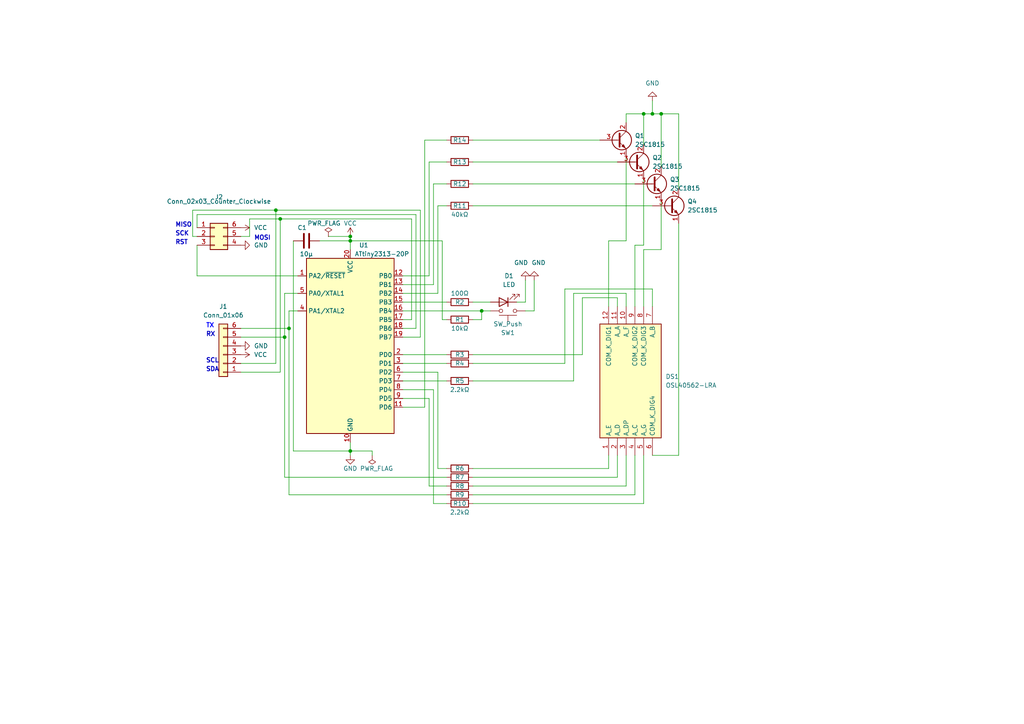
<source format=kicad_sch>
(kicad_sch (version 20230121) (generator eeschema)

  (uuid 69d77e1b-9856-4de7-9e15-1d7321cf3693)

  (paper "A4")

  (lib_symbols
    (symbol "Connector_Generic:Conn_01x06" (pin_names (offset 1.016) hide) (in_bom yes) (on_board yes)
      (property "Reference" "J" (at 0 7.62 0)
        (effects (font (size 1.27 1.27)))
      )
      (property "Value" "Conn_01x06" (at 0 -10.16 0)
        (effects (font (size 1.27 1.27)))
      )
      (property "Footprint" "" (at 0 0 0)
        (effects (font (size 1.27 1.27)) hide)
      )
      (property "Datasheet" "~" (at 0 0 0)
        (effects (font (size 1.27 1.27)) hide)
      )
      (property "ki_keywords" "connector" (at 0 0 0)
        (effects (font (size 1.27 1.27)) hide)
      )
      (property "ki_description" "Generic connector, single row, 01x06, script generated (kicad-library-utils/schlib/autogen/connector/)" (at 0 0 0)
        (effects (font (size 1.27 1.27)) hide)
      )
      (property "ki_fp_filters" "Connector*:*_1x??_*" (at 0 0 0)
        (effects (font (size 1.27 1.27)) hide)
      )
      (symbol "Conn_01x06_1_1"
        (rectangle (start -1.27 -7.493) (end 0 -7.747)
          (stroke (width 0.1524) (type default))
          (fill (type none))
        )
        (rectangle (start -1.27 -4.953) (end 0 -5.207)
          (stroke (width 0.1524) (type default))
          (fill (type none))
        )
        (rectangle (start -1.27 -2.413) (end 0 -2.667)
          (stroke (width 0.1524) (type default))
          (fill (type none))
        )
        (rectangle (start -1.27 0.127) (end 0 -0.127)
          (stroke (width 0.1524) (type default))
          (fill (type none))
        )
        (rectangle (start -1.27 2.667) (end 0 2.413)
          (stroke (width 0.1524) (type default))
          (fill (type none))
        )
        (rectangle (start -1.27 5.207) (end 0 4.953)
          (stroke (width 0.1524) (type default))
          (fill (type none))
        )
        (rectangle (start -1.27 6.35) (end 1.27 -8.89)
          (stroke (width 0.254) (type default))
          (fill (type background))
        )
        (pin passive line (at -5.08 5.08 0) (length 3.81)
          (name "Pin_1" (effects (font (size 1.27 1.27))))
          (number "1" (effects (font (size 1.27 1.27))))
        )
        (pin passive line (at -5.08 2.54 0) (length 3.81)
          (name "Pin_2" (effects (font (size 1.27 1.27))))
          (number "2" (effects (font (size 1.27 1.27))))
        )
        (pin passive line (at -5.08 0 0) (length 3.81)
          (name "Pin_3" (effects (font (size 1.27 1.27))))
          (number "3" (effects (font (size 1.27 1.27))))
        )
        (pin passive line (at -5.08 -2.54 0) (length 3.81)
          (name "Pin_4" (effects (font (size 1.27 1.27))))
          (number "4" (effects (font (size 1.27 1.27))))
        )
        (pin passive line (at -5.08 -5.08 0) (length 3.81)
          (name "Pin_5" (effects (font (size 1.27 1.27))))
          (number "5" (effects (font (size 1.27 1.27))))
        )
        (pin passive line (at -5.08 -7.62 0) (length 3.81)
          (name "Pin_6" (effects (font (size 1.27 1.27))))
          (number "6" (effects (font (size 1.27 1.27))))
        )
      )
    )
    (symbol "Connector_Generic:Conn_02x03_Counter_Clockwise" (pin_names (offset 1.016) hide) (in_bom yes) (on_board yes)
      (property "Reference" "J" (at 1.27 5.08 0)
        (effects (font (size 1.27 1.27)))
      )
      (property "Value" "Conn_02x03_Counter_Clockwise" (at 1.27 -5.08 0)
        (effects (font (size 1.27 1.27)))
      )
      (property "Footprint" "" (at 0 0 0)
        (effects (font (size 1.27 1.27)) hide)
      )
      (property "Datasheet" "~" (at 0 0 0)
        (effects (font (size 1.27 1.27)) hide)
      )
      (property "ki_keywords" "connector" (at 0 0 0)
        (effects (font (size 1.27 1.27)) hide)
      )
      (property "ki_description" "Generic connector, double row, 02x03, counter clockwise pin numbering scheme (similar to DIP package numbering), script generated (kicad-library-utils/schlib/autogen/connector/)" (at 0 0 0)
        (effects (font (size 1.27 1.27)) hide)
      )
      (property "ki_fp_filters" "Connector*:*_2x??_*" (at 0 0 0)
        (effects (font (size 1.27 1.27)) hide)
      )
      (symbol "Conn_02x03_Counter_Clockwise_1_1"
        (rectangle (start -1.27 -2.413) (end 0 -2.667)
          (stroke (width 0.1524) (type default))
          (fill (type none))
        )
        (rectangle (start -1.27 0.127) (end 0 -0.127)
          (stroke (width 0.1524) (type default))
          (fill (type none))
        )
        (rectangle (start -1.27 2.667) (end 0 2.413)
          (stroke (width 0.1524) (type default))
          (fill (type none))
        )
        (rectangle (start -1.27 3.81) (end 3.81 -3.81)
          (stroke (width 0.254) (type default))
          (fill (type background))
        )
        (rectangle (start 3.81 -2.413) (end 2.54 -2.667)
          (stroke (width 0.1524) (type default))
          (fill (type none))
        )
        (rectangle (start 3.81 0.127) (end 2.54 -0.127)
          (stroke (width 0.1524) (type default))
          (fill (type none))
        )
        (rectangle (start 3.81 2.667) (end 2.54 2.413)
          (stroke (width 0.1524) (type default))
          (fill (type none))
        )
        (pin passive line (at -5.08 2.54 0) (length 3.81)
          (name "Pin_1" (effects (font (size 1.27 1.27))))
          (number "1" (effects (font (size 1.27 1.27))))
        )
        (pin passive line (at -5.08 0 0) (length 3.81)
          (name "Pin_2" (effects (font (size 1.27 1.27))))
          (number "2" (effects (font (size 1.27 1.27))))
        )
        (pin passive line (at -5.08 -2.54 0) (length 3.81)
          (name "Pin_3" (effects (font (size 1.27 1.27))))
          (number "3" (effects (font (size 1.27 1.27))))
        )
        (pin passive line (at 7.62 -2.54 180) (length 3.81)
          (name "Pin_4" (effects (font (size 1.27 1.27))))
          (number "4" (effects (font (size 1.27 1.27))))
        )
        (pin passive line (at 7.62 0 180) (length 3.81)
          (name "Pin_5" (effects (font (size 1.27 1.27))))
          (number "5" (effects (font (size 1.27 1.27))))
        )
        (pin passive line (at 7.62 2.54 180) (length 3.81)
          (name "Pin_6" (effects (font (size 1.27 1.27))))
          (number "6" (effects (font (size 1.27 1.27))))
        )
      )
    )
    (symbol "Device:C" (pin_numbers hide) (pin_names (offset 0.254)) (in_bom yes) (on_board yes)
      (property "Reference" "C" (at 0.635 2.54 0)
        (effects (font (size 1.27 1.27)) (justify left))
      )
      (property "Value" "C" (at 0.635 -2.54 0)
        (effects (font (size 1.27 1.27)) (justify left))
      )
      (property "Footprint" "" (at 0.9652 -3.81 0)
        (effects (font (size 1.27 1.27)) hide)
      )
      (property "Datasheet" "~" (at 0 0 0)
        (effects (font (size 1.27 1.27)) hide)
      )
      (property "ki_keywords" "cap capacitor" (at 0 0 0)
        (effects (font (size 1.27 1.27)) hide)
      )
      (property "ki_description" "Unpolarized capacitor" (at 0 0 0)
        (effects (font (size 1.27 1.27)) hide)
      )
      (property "ki_fp_filters" "C_*" (at 0 0 0)
        (effects (font (size 1.27 1.27)) hide)
      )
      (symbol "C_0_1"
        (polyline
          (pts
            (xy -2.032 -0.762)
            (xy 2.032 -0.762)
          )
          (stroke (width 0.508) (type default))
          (fill (type none))
        )
        (polyline
          (pts
            (xy -2.032 0.762)
            (xy 2.032 0.762)
          )
          (stroke (width 0.508) (type default))
          (fill (type none))
        )
      )
      (symbol "C_1_1"
        (pin passive line (at 0 3.81 270) (length 2.794)
          (name "~" (effects (font (size 1.27 1.27))))
          (number "1" (effects (font (size 1.27 1.27))))
        )
        (pin passive line (at 0 -3.81 90) (length 2.794)
          (name "~" (effects (font (size 1.27 1.27))))
          (number "2" (effects (font (size 1.27 1.27))))
        )
      )
    )
    (symbol "Device:LED" (pin_numbers hide) (pin_names (offset 1.016) hide) (in_bom yes) (on_board yes)
      (property "Reference" "D" (at 0 2.54 0)
        (effects (font (size 1.27 1.27)))
      )
      (property "Value" "LED" (at 0 -2.54 0)
        (effects (font (size 1.27 1.27)))
      )
      (property "Footprint" "" (at 0 0 0)
        (effects (font (size 1.27 1.27)) hide)
      )
      (property "Datasheet" "~" (at 0 0 0)
        (effects (font (size 1.27 1.27)) hide)
      )
      (property "ki_keywords" "LED diode" (at 0 0 0)
        (effects (font (size 1.27 1.27)) hide)
      )
      (property "ki_description" "Light emitting diode" (at 0 0 0)
        (effects (font (size 1.27 1.27)) hide)
      )
      (property "ki_fp_filters" "LED* LED_SMD:* LED_THT:*" (at 0 0 0)
        (effects (font (size 1.27 1.27)) hide)
      )
      (symbol "LED_0_1"
        (polyline
          (pts
            (xy -1.27 -1.27)
            (xy -1.27 1.27)
          )
          (stroke (width 0.254) (type default))
          (fill (type none))
        )
        (polyline
          (pts
            (xy -1.27 0)
            (xy 1.27 0)
          )
          (stroke (width 0) (type default))
          (fill (type none))
        )
        (polyline
          (pts
            (xy 1.27 -1.27)
            (xy 1.27 1.27)
            (xy -1.27 0)
            (xy 1.27 -1.27)
          )
          (stroke (width 0.254) (type default))
          (fill (type none))
        )
        (polyline
          (pts
            (xy -3.048 -0.762)
            (xy -4.572 -2.286)
            (xy -3.81 -2.286)
            (xy -4.572 -2.286)
            (xy -4.572 -1.524)
          )
          (stroke (width 0) (type default))
          (fill (type none))
        )
        (polyline
          (pts
            (xy -1.778 -0.762)
            (xy -3.302 -2.286)
            (xy -2.54 -2.286)
            (xy -3.302 -2.286)
            (xy -3.302 -1.524)
          )
          (stroke (width 0) (type default))
          (fill (type none))
        )
      )
      (symbol "LED_1_1"
        (pin passive line (at -3.81 0 0) (length 2.54)
          (name "K" (effects (font (size 1.27 1.27))))
          (number "1" (effects (font (size 1.27 1.27))))
        )
        (pin passive line (at 3.81 0 180) (length 2.54)
          (name "A" (effects (font (size 1.27 1.27))))
          (number "2" (effects (font (size 1.27 1.27))))
        )
      )
    )
    (symbol "Device:R" (pin_numbers hide) (pin_names (offset 0)) (in_bom yes) (on_board yes)
      (property "Reference" "R" (at 2.032 0 90)
        (effects (font (size 1.27 1.27)))
      )
      (property "Value" "R" (at 0 0 90)
        (effects (font (size 1.27 1.27)))
      )
      (property "Footprint" "" (at -1.778 0 90)
        (effects (font (size 1.27 1.27)) hide)
      )
      (property "Datasheet" "~" (at 0 0 0)
        (effects (font (size 1.27 1.27)) hide)
      )
      (property "ki_keywords" "R res resistor" (at 0 0 0)
        (effects (font (size 1.27 1.27)) hide)
      )
      (property "ki_description" "Resistor" (at 0 0 0)
        (effects (font (size 1.27 1.27)) hide)
      )
      (property "ki_fp_filters" "R_*" (at 0 0 0)
        (effects (font (size 1.27 1.27)) hide)
      )
      (symbol "R_0_1"
        (rectangle (start -1.016 -2.54) (end 1.016 2.54)
          (stroke (width 0.254) (type default))
          (fill (type none))
        )
      )
      (symbol "R_1_1"
        (pin passive line (at 0 3.81 270) (length 1.27)
          (name "~" (effects (font (size 1.27 1.27))))
          (number "1" (effects (font (size 1.27 1.27))))
        )
        (pin passive line (at 0 -3.81 90) (length 1.27)
          (name "~" (effects (font (size 1.27 1.27))))
          (number "2" (effects (font (size 1.27 1.27))))
        )
      )
    )
    (symbol "MCU_Microchip_ATtiny:ATtiny2313-20P" (in_bom yes) (on_board yes)
      (property "Reference" "U" (at -12.7 26.67 0)
        (effects (font (size 1.27 1.27)) (justify left bottom))
      )
      (property "Value" "ATtiny2313-20P" (at 2.54 -26.67 0)
        (effects (font (size 1.27 1.27)) (justify left top))
      )
      (property "Footprint" "Package_DIP:DIP-20_W7.62mm" (at 0 0 0)
        (effects (font (size 1.27 1.27) italic) hide)
      )
      (property "Datasheet" "http://ww1.microchip.com/downloads/en/DeviceDoc/Atmel-2543-AVR-ATtiny2313_Datasheet.pdf" (at 0 0 0)
        (effects (font (size 1.27 1.27)) hide)
      )
      (property "ki_keywords" "AVR 8bit Microcontroller tinyAVR" (at 0 0 0)
        (effects (font (size 1.27 1.27)) hide)
      )
      (property "ki_description" "20MHz, 2kB Flash, 128B SRAM, 128B EEPROM, debugWIRE, DIP-20" (at 0 0 0)
        (effects (font (size 1.27 1.27)) hide)
      )
      (property "ki_fp_filters" "DIP*W7.62mm*" (at 0 0 0)
        (effects (font (size 1.27 1.27)) hide)
      )
      (symbol "ATtiny2313-20P_0_1"
        (rectangle (start -12.7 -25.4) (end 12.7 25.4)
          (stroke (width 0.254) (type default))
          (fill (type background))
        )
      )
      (symbol "ATtiny2313-20P_1_1"
        (pin bidirectional line (at -15.24 20.32 0) (length 2.54)
          (name "PA2/~{RESET}" (effects (font (size 1.27 1.27))))
          (number "1" (effects (font (size 1.27 1.27))))
        )
        (pin power_in line (at 0 -27.94 90) (length 2.54)
          (name "GND" (effects (font (size 1.27 1.27))))
          (number "10" (effects (font (size 1.27 1.27))))
        )
        (pin bidirectional line (at 15.24 -17.78 180) (length 2.54)
          (name "PD6" (effects (font (size 1.27 1.27))))
          (number "11" (effects (font (size 1.27 1.27))))
        )
        (pin bidirectional line (at 15.24 20.32 180) (length 2.54)
          (name "PB0" (effects (font (size 1.27 1.27))))
          (number "12" (effects (font (size 1.27 1.27))))
        )
        (pin bidirectional line (at 15.24 17.78 180) (length 2.54)
          (name "PB1" (effects (font (size 1.27 1.27))))
          (number "13" (effects (font (size 1.27 1.27))))
        )
        (pin bidirectional line (at 15.24 15.24 180) (length 2.54)
          (name "PB2" (effects (font (size 1.27 1.27))))
          (number "14" (effects (font (size 1.27 1.27))))
        )
        (pin bidirectional line (at 15.24 12.7 180) (length 2.54)
          (name "PB3" (effects (font (size 1.27 1.27))))
          (number "15" (effects (font (size 1.27 1.27))))
        )
        (pin bidirectional line (at 15.24 10.16 180) (length 2.54)
          (name "PB4" (effects (font (size 1.27 1.27))))
          (number "16" (effects (font (size 1.27 1.27))))
        )
        (pin bidirectional line (at 15.24 7.62 180) (length 2.54)
          (name "PB5" (effects (font (size 1.27 1.27))))
          (number "17" (effects (font (size 1.27 1.27))))
        )
        (pin bidirectional line (at 15.24 5.08 180) (length 2.54)
          (name "PB6" (effects (font (size 1.27 1.27))))
          (number "18" (effects (font (size 1.27 1.27))))
        )
        (pin bidirectional line (at 15.24 2.54 180) (length 2.54)
          (name "PB7" (effects (font (size 1.27 1.27))))
          (number "19" (effects (font (size 1.27 1.27))))
        )
        (pin bidirectional line (at 15.24 -2.54 180) (length 2.54)
          (name "PD0" (effects (font (size 1.27 1.27))))
          (number "2" (effects (font (size 1.27 1.27))))
        )
        (pin power_in line (at 0 27.94 270) (length 2.54)
          (name "VCC" (effects (font (size 1.27 1.27))))
          (number "20" (effects (font (size 1.27 1.27))))
        )
        (pin bidirectional line (at 15.24 -5.08 180) (length 2.54)
          (name "PD1" (effects (font (size 1.27 1.27))))
          (number "3" (effects (font (size 1.27 1.27))))
        )
        (pin bidirectional line (at -15.24 10.16 0) (length 2.54)
          (name "PA1/XTAL2" (effects (font (size 1.27 1.27))))
          (number "4" (effects (font (size 1.27 1.27))))
        )
        (pin bidirectional line (at -15.24 15.24 0) (length 2.54)
          (name "PA0/XTAL1" (effects (font (size 1.27 1.27))))
          (number "5" (effects (font (size 1.27 1.27))))
        )
        (pin bidirectional line (at 15.24 -7.62 180) (length 2.54)
          (name "PD2" (effects (font (size 1.27 1.27))))
          (number "6" (effects (font (size 1.27 1.27))))
        )
        (pin bidirectional line (at 15.24 -10.16 180) (length 2.54)
          (name "PD3" (effects (font (size 1.27 1.27))))
          (number "7" (effects (font (size 1.27 1.27))))
        )
        (pin bidirectional line (at 15.24 -12.7 180) (length 2.54)
          (name "PD4" (effects (font (size 1.27 1.27))))
          (number "8" (effects (font (size 1.27 1.27))))
        )
        (pin bidirectional line (at 15.24 -15.24 180) (length 2.54)
          (name "PD5" (effects (font (size 1.27 1.27))))
          (number "9" (effects (font (size 1.27 1.27))))
        )
      )
    )
    (symbol "OSL40562-LRA:OSL40562-LRA" (in_bom yes) (on_board yes)
      (property "Reference" "DS" (at 39.37 7.62 0)
        (effects (font (size 1.27 1.27)) (justify left top))
      )
      (property "Value" "OSL40562-LRA" (at 39.37 5.08 0)
        (effects (font (size 1.27 1.27)) (justify left top))
      )
      (property "Footprint" "DIPS1524W51P254L5035H825Q12N" (at 39.37 -94.92 0)
        (effects (font (size 1.27 1.27)) (justify left top) hide)
      )
      (property "Datasheet" "https://static.rapidonline.com/pdf/57-0193_v2.pdf" (at 39.37 -194.92 0)
        (effects (font (size 1.27 1.27)) (justify left top) hide)
      )
      (property "Height" "8.25" (at 39.37 -394.92 0)
        (effects (font (size 1.27 1.27)) (justify left top) hide)
      )
      (property "Manufacturer_Name" "LED TECHNOLOGY" (at 39.37 -494.92 0)
        (effects (font (size 1.27 1.27)) (justify left top) hide)
      )
      (property "Manufacturer_Part_Number" "OSL40562-LRA" (at 39.37 -594.92 0)
        (effects (font (size 1.27 1.27)) (justify left top) hide)
      )
      (property "Mouser Part Number" "" (at 39.37 -694.92 0)
        (effects (font (size 1.27 1.27)) (justify left top) hide)
      )
      (property "Mouser Price/Stock" "" (at 39.37 -794.92 0)
        (effects (font (size 1.27 1.27)) (justify left top) hide)
      )
      (property "Arrow Part Number" "" (at 39.37 -894.92 0)
        (effects (font (size 1.27 1.27)) (justify left top) hide)
      )
      (property "Arrow Price/Stock" "" (at 39.37 -994.92 0)
        (effects (font (size 1.27 1.27)) (justify left top) hide)
      )
      (property "ki_description" "14.2mm Quad Digit Red Display Common Cathode type" (at 0 0 0)
        (effects (font (size 1.27 1.27)) hide)
      )
      (symbol "OSL40562-LRA_1_1"
        (rectangle (start 5.08 2.54) (end 38.1 -15.24)
          (stroke (width 0.254) (type default))
          (fill (type background))
        )
        (pin passive line (at 0 0 0) (length 5.08)
          (name "A_E" (effects (font (size 1.27 1.27))))
          (number "1" (effects (font (size 1.27 1.27))))
        )
        (pin passive line (at 43.18 -5.08 180) (length 5.08)
          (name "A_F" (effects (font (size 1.27 1.27))))
          (number "10" (effects (font (size 1.27 1.27))))
        )
        (pin passive line (at 43.18 -2.54 180) (length 5.08)
          (name "A_A" (effects (font (size 1.27 1.27))))
          (number "11" (effects (font (size 1.27 1.27))))
        )
        (pin passive line (at 43.18 0 180) (length 5.08)
          (name "COM_K_DIG1" (effects (font (size 1.27 1.27))))
          (number "12" (effects (font (size 1.27 1.27))))
        )
        (pin passive line (at 0 -2.54 0) (length 5.08)
          (name "A_D" (effects (font (size 1.27 1.27))))
          (number "2" (effects (font (size 1.27 1.27))))
        )
        (pin passive line (at 0 -5.08 0) (length 5.08)
          (name "A_DP" (effects (font (size 1.27 1.27))))
          (number "3" (effects (font (size 1.27 1.27))))
        )
        (pin passive line (at 0 -7.62 0) (length 5.08)
          (name "A_C" (effects (font (size 1.27 1.27))))
          (number "4" (effects (font (size 1.27 1.27))))
        )
        (pin passive line (at 0 -10.16 0) (length 5.08)
          (name "A_G" (effects (font (size 1.27 1.27))))
          (number "5" (effects (font (size 1.27 1.27))))
        )
        (pin passive line (at 0 -12.7 0) (length 5.08)
          (name "COM_K_DIG4" (effects (font (size 1.27 1.27))))
          (number "6" (effects (font (size 1.27 1.27))))
        )
        (pin passive line (at 43.18 -12.7 180) (length 5.08)
          (name "A_B" (effects (font (size 1.27 1.27))))
          (number "7" (effects (font (size 1.27 1.27))))
        )
        (pin passive line (at 43.18 -10.16 180) (length 5.08)
          (name "COM_K_DIG3" (effects (font (size 1.27 1.27))))
          (number "8" (effects (font (size 1.27 1.27))))
        )
        (pin passive line (at 43.18 -7.62 180) (length 5.08)
          (name "COM_K_DIG2" (effects (font (size 1.27 1.27))))
          (number "9" (effects (font (size 1.27 1.27))))
        )
      )
    )
    (symbol "Switch:SW_Push" (pin_numbers hide) (pin_names (offset 1.016) hide) (in_bom yes) (on_board yes)
      (property "Reference" "SW" (at 1.27 2.54 0)
        (effects (font (size 1.27 1.27)) (justify left))
      )
      (property "Value" "SW_Push" (at 0 -1.524 0)
        (effects (font (size 1.27 1.27)))
      )
      (property "Footprint" "" (at 0 5.08 0)
        (effects (font (size 1.27 1.27)) hide)
      )
      (property "Datasheet" "~" (at 0 5.08 0)
        (effects (font (size 1.27 1.27)) hide)
      )
      (property "ki_keywords" "switch normally-open pushbutton push-button" (at 0 0 0)
        (effects (font (size 1.27 1.27)) hide)
      )
      (property "ki_description" "Push button switch, generic, two pins" (at 0 0 0)
        (effects (font (size 1.27 1.27)) hide)
      )
      (symbol "SW_Push_0_1"
        (circle (center -2.032 0) (radius 0.508)
          (stroke (width 0) (type default))
          (fill (type none))
        )
        (polyline
          (pts
            (xy 0 1.27)
            (xy 0 3.048)
          )
          (stroke (width 0) (type default))
          (fill (type none))
        )
        (polyline
          (pts
            (xy 2.54 1.27)
            (xy -2.54 1.27)
          )
          (stroke (width 0) (type default))
          (fill (type none))
        )
        (circle (center 2.032 0) (radius 0.508)
          (stroke (width 0) (type default))
          (fill (type none))
        )
        (pin passive line (at -5.08 0 0) (length 2.54)
          (name "1" (effects (font (size 1.27 1.27))))
          (number "1" (effects (font (size 1.27 1.27))))
        )
        (pin passive line (at 5.08 0 180) (length 2.54)
          (name "2" (effects (font (size 1.27 1.27))))
          (number "2" (effects (font (size 1.27 1.27))))
        )
      )
    )
    (symbol "Transistor_BJT:2SC1815" (pin_names (offset 0) hide) (in_bom yes) (on_board yes)
      (property "Reference" "Q" (at 5.08 1.905 0)
        (effects (font (size 1.27 1.27)) (justify left))
      )
      (property "Value" "2SC1815" (at 5.08 0 0)
        (effects (font (size 1.27 1.27)) (justify left))
      )
      (property "Footprint" "Package_TO_SOT_THT:TO-92_Inline" (at 5.08 -1.905 0)
        (effects (font (size 1.27 1.27) italic) (justify left) hide)
      )
      (property "Datasheet" "https://media.digikey.com/pdf/Data%20Sheets/Toshiba%20PDFs/2SC1815.pdf" (at 0 0 0)
        (effects (font (size 1.27 1.27)) (justify left) hide)
      )
      (property "ki_keywords" "Low Noise Audio NPN Transistor" (at 0 0 0)
        (effects (font (size 1.27 1.27)) hide)
      )
      (property "ki_description" "0.15A Ic, 50V Vce, Low Noise Audio NPN Transistor, TO-92" (at 0 0 0)
        (effects (font (size 1.27 1.27)) hide)
      )
      (property "ki_fp_filters" "TO?92*" (at 0 0 0)
        (effects (font (size 1.27 1.27)) hide)
      )
      (symbol "2SC1815_0_1"
        (polyline
          (pts
            (xy 0 0)
            (xy 0.508 0)
          )
          (stroke (width 0) (type default))
          (fill (type none))
        )
        (polyline
          (pts
            (xy 0.635 0.635)
            (xy 2.54 2.54)
          )
          (stroke (width 0) (type default))
          (fill (type none))
        )
        (polyline
          (pts
            (xy 0.635 -0.635)
            (xy 2.54 -2.54)
            (xy 2.54 -2.54)
          )
          (stroke (width 0) (type default))
          (fill (type none))
        )
        (polyline
          (pts
            (xy 0.635 1.905)
            (xy 0.635 -1.905)
            (xy 0.635 -1.905)
          )
          (stroke (width 0.508) (type default))
          (fill (type none))
        )
        (polyline
          (pts
            (xy 1.27 -1.778)
            (xy 1.778 -1.27)
            (xy 2.286 -2.286)
            (xy 1.27 -1.778)
            (xy 1.27 -1.778)
          )
          (stroke (width 0) (type default))
          (fill (type outline))
        )
        (circle (center 1.27 0) (radius 2.8194)
          (stroke (width 0.254) (type default))
          (fill (type none))
        )
      )
      (symbol "2SC1815_1_1"
        (pin passive line (at 2.54 -5.08 90) (length 2.54)
          (name "E" (effects (font (size 1.27 1.27))))
          (number "1" (effects (font (size 1.27 1.27))))
        )
        (pin passive line (at 2.54 5.08 270) (length 2.54)
          (name "C" (effects (font (size 1.27 1.27))))
          (number "2" (effects (font (size 1.27 1.27))))
        )
        (pin input line (at -5.08 0 0) (length 5.08)
          (name "B" (effects (font (size 1.27 1.27))))
          (number "3" (effects (font (size 1.27 1.27))))
        )
      )
    )
    (symbol "power:GND" (power) (pin_names (offset 0)) (in_bom yes) (on_board yes)
      (property "Reference" "#PWR" (at 0 -6.35 0)
        (effects (font (size 1.27 1.27)) hide)
      )
      (property "Value" "GND" (at 0 -3.81 0)
        (effects (font (size 1.27 1.27)))
      )
      (property "Footprint" "" (at 0 0 0)
        (effects (font (size 1.27 1.27)) hide)
      )
      (property "Datasheet" "" (at 0 0 0)
        (effects (font (size 1.27 1.27)) hide)
      )
      (property "ki_keywords" "global power" (at 0 0 0)
        (effects (font (size 1.27 1.27)) hide)
      )
      (property "ki_description" "Power symbol creates a global label with name \"GND\" , ground" (at 0 0 0)
        (effects (font (size 1.27 1.27)) hide)
      )
      (symbol "GND_0_1"
        (polyline
          (pts
            (xy 0 0)
            (xy 0 -1.27)
            (xy 1.27 -1.27)
            (xy 0 -2.54)
            (xy -1.27 -1.27)
            (xy 0 -1.27)
          )
          (stroke (width 0) (type default))
          (fill (type none))
        )
      )
      (symbol "GND_1_1"
        (pin power_in line (at 0 0 270) (length 0) hide
          (name "GND" (effects (font (size 1.27 1.27))))
          (number "1" (effects (font (size 1.27 1.27))))
        )
      )
    )
    (symbol "power:PWR_FLAG" (power) (pin_numbers hide) (pin_names (offset 0) hide) (in_bom yes) (on_board yes)
      (property "Reference" "#FLG" (at 0 1.905 0)
        (effects (font (size 1.27 1.27)) hide)
      )
      (property "Value" "PWR_FLAG" (at 0 3.81 0)
        (effects (font (size 1.27 1.27)))
      )
      (property "Footprint" "" (at 0 0 0)
        (effects (font (size 1.27 1.27)) hide)
      )
      (property "Datasheet" "~" (at 0 0 0)
        (effects (font (size 1.27 1.27)) hide)
      )
      (property "ki_keywords" "flag power" (at 0 0 0)
        (effects (font (size 1.27 1.27)) hide)
      )
      (property "ki_description" "Special symbol for telling ERC where power comes from" (at 0 0 0)
        (effects (font (size 1.27 1.27)) hide)
      )
      (symbol "PWR_FLAG_0_0"
        (pin power_out line (at 0 0 90) (length 0)
          (name "pwr" (effects (font (size 1.27 1.27))))
          (number "1" (effects (font (size 1.27 1.27))))
        )
      )
      (symbol "PWR_FLAG_0_1"
        (polyline
          (pts
            (xy 0 0)
            (xy 0 1.27)
            (xy -1.016 1.905)
            (xy 0 2.54)
            (xy 1.016 1.905)
            (xy 0 1.27)
          )
          (stroke (width 0) (type default))
          (fill (type none))
        )
      )
    )
    (symbol "power:VCC" (power) (pin_names (offset 0)) (in_bom yes) (on_board yes)
      (property "Reference" "#PWR" (at 0 -3.81 0)
        (effects (font (size 1.27 1.27)) hide)
      )
      (property "Value" "VCC" (at 0 3.81 0)
        (effects (font (size 1.27 1.27)))
      )
      (property "Footprint" "" (at 0 0 0)
        (effects (font (size 1.27 1.27)) hide)
      )
      (property "Datasheet" "" (at 0 0 0)
        (effects (font (size 1.27 1.27)) hide)
      )
      (property "ki_keywords" "global power" (at 0 0 0)
        (effects (font (size 1.27 1.27)) hide)
      )
      (property "ki_description" "Power symbol creates a global label with name \"VCC\"" (at 0 0 0)
        (effects (font (size 1.27 1.27)) hide)
      )
      (symbol "VCC_0_1"
        (polyline
          (pts
            (xy -0.762 1.27)
            (xy 0 2.54)
          )
          (stroke (width 0) (type default))
          (fill (type none))
        )
        (polyline
          (pts
            (xy 0 0)
            (xy 0 2.54)
          )
          (stroke (width 0) (type default))
          (fill (type none))
        )
        (polyline
          (pts
            (xy 0 2.54)
            (xy 0.762 1.27)
          )
          (stroke (width 0) (type default))
          (fill (type none))
        )
      )
      (symbol "VCC_1_1"
        (pin power_in line (at 0 0 90) (length 0) hide
          (name "VCC" (effects (font (size 1.27 1.27))))
          (number "1" (effects (font (size 1.27 1.27))))
        )
      )
    )
  )

  (junction (at 186.69 33.02) (diameter 0) (color 0 0 0 0)
    (uuid 4cc54e28-b66f-46bf-99cd-dd0fc2d0423e)
  )
  (junction (at 82.55 97.79) (diameter 0) (color 0 0 0 0)
    (uuid 7ae897ea-18c3-40b5-b463-c8a089987db9)
  )
  (junction (at 189.23 33.02) (diameter 0) (color 0 0 0 0)
    (uuid 85b38218-467a-47b7-b78e-907416a03cf4)
  )
  (junction (at 80.01 60.96) (diameter 0) (color 0 0 0 0)
    (uuid c4ba49c9-d872-4c22-99be-baaea18c004e)
  )
  (junction (at 81.28 63.5) (diameter 0) (color 0 0 0 0)
    (uuid cc5ba0f5-9bf7-400f-abea-be7e650141a2)
  )
  (junction (at 101.6 68.58) (diameter 0) (color 0 0 0 0)
    (uuid cd6de6dd-8e3a-4c5f-8106-73a07a6459c6)
  )
  (junction (at 83.82 95.25) (diameter 0) (color 0 0 0 0)
    (uuid e4601fd2-477f-4e7c-b855-4371e5eac329)
  )
  (junction (at 101.6 69.85) (diameter 0) (color 0 0 0 0)
    (uuid ef603c80-587d-42cd-909c-c40749debf80)
  )
  (junction (at 139.7 90.17) (diameter 0) (color 0 0 0 0)
    (uuid f260ff34-6736-4dd5-bd09-e917cf3cad94)
  )
  (junction (at 191.77 33.02) (diameter 0) (color 0 0 0 0)
    (uuid f7bd44b8-347a-4c02-9dbd-ff02a5132e77)
  )
  (junction (at 101.6 130.81) (diameter 0) (color 0 0 0 0)
    (uuid f998f5de-827e-422f-9e74-292a06e1082c)
  )

  (wire (pts (xy 176.53 132.08) (xy 176.53 135.89))
    (stroke (width 0) (type default))
    (uuid 029e5785-fdb9-4de4-b35f-b60ce4103a86)
  )
  (wire (pts (xy 186.69 33.02) (xy 186.69 41.91))
    (stroke (width 0) (type default))
    (uuid 02c1426c-6fab-488e-ae32-2d7d07d10a9f)
  )
  (wire (pts (xy 163.83 83.82) (xy 163.83 105.41))
    (stroke (width 0) (type default))
    (uuid 06ca562c-578f-485c-9e70-08343f903c4c)
  )
  (wire (pts (xy 128.27 92.71) (xy 128.27 69.85))
    (stroke (width 0) (type default))
    (uuid 06ff48dd-114a-4fd6-8b8f-d9979cf46e57)
  )
  (wire (pts (xy 186.69 72.39) (xy 191.77 72.39))
    (stroke (width 0) (type default))
    (uuid 08da043b-aeb2-4c14-8462-76f4d3b7dc5c)
  )
  (wire (pts (xy 116.84 105.41) (xy 129.54 105.41))
    (stroke (width 0) (type default))
    (uuid 08e94f45-f093-489d-a97f-f4d207e960f6)
  )
  (wire (pts (xy 123.19 118.11) (xy 123.19 40.64))
    (stroke (width 0) (type default))
    (uuid 0b9bf6ad-55ca-4ecd-b0c1-36e76620baf0)
  )
  (wire (pts (xy 116.84 80.01) (xy 124.46 80.01))
    (stroke (width 0) (type default))
    (uuid 0cfc072a-5fab-4ccc-85ed-7c723615ea32)
  )
  (wire (pts (xy 107.95 132.08) (xy 107.95 130.81))
    (stroke (width 0) (type default))
    (uuid 13d7ff2b-9d80-4f7a-987b-67e3ceb53222)
  )
  (wire (pts (xy 184.15 88.9) (xy 184.15 71.12))
    (stroke (width 0) (type default))
    (uuid 1513a03b-c15f-45ae-aebc-394c4eba562d)
  )
  (wire (pts (xy 116.84 85.09) (xy 127 85.09))
    (stroke (width 0) (type default))
    (uuid 1a5cd76a-00fe-4df0-b8d5-1838617ff235)
  )
  (wire (pts (xy 116.84 87.63) (xy 129.54 87.63))
    (stroke (width 0) (type default))
    (uuid 1b9e5270-3012-4154-b4c9-ab92dcac9130)
  )
  (wire (pts (xy 137.16 143.51) (xy 184.15 143.51))
    (stroke (width 0) (type default))
    (uuid 1c573110-db9e-4c15-9f2d-902c16b2d2ef)
  )
  (wire (pts (xy 57.15 71.12) (xy 57.15 80.01))
    (stroke (width 0) (type default))
    (uuid 1dedfb28-82ef-4bd0-8829-f65ea40223ad)
  )
  (wire (pts (xy 101.6 132.08) (xy 101.6 130.81))
    (stroke (width 0) (type default))
    (uuid 1fdd6cad-29e7-444b-b344-3c27c0925623)
  )
  (wire (pts (xy 181.61 85.09) (xy 181.61 88.9))
    (stroke (width 0) (type default))
    (uuid 2059be95-eee6-499c-86b1-e24e0ffb8005)
  )
  (wire (pts (xy 184.15 132.08) (xy 184.15 143.51))
    (stroke (width 0) (type default))
    (uuid 2303af2c-69a8-4a7c-a441-dce96ec5972b)
  )
  (wire (pts (xy 137.16 135.89) (xy 176.53 135.89))
    (stroke (width 0) (type default))
    (uuid 23efe44b-96c7-4c30-a68c-9b8e4f09e343)
  )
  (wire (pts (xy 137.16 146.05) (xy 186.69 146.05))
    (stroke (width 0) (type default))
    (uuid 26bfc039-4dfb-462b-aaa4-8899158d77fb)
  )
  (wire (pts (xy 154.94 81.28) (xy 154.94 90.17))
    (stroke (width 0) (type default))
    (uuid 28c4af08-f090-4fb0-b6c2-01703fdcdbd3)
  )
  (wire (pts (xy 137.16 105.41) (xy 163.83 105.41))
    (stroke (width 0) (type default))
    (uuid 2bca6ecc-d3f9-435e-94f0-72e868745ee6)
  )
  (wire (pts (xy 186.69 132.08) (xy 186.69 146.05))
    (stroke (width 0) (type default))
    (uuid 2ceeb77f-928f-4ae1-894e-cd92472feab9)
  )
  (wire (pts (xy 152.4 81.28) (xy 152.4 87.63))
    (stroke (width 0) (type default))
    (uuid 32034df5-7aab-40c3-bb46-665297eec1a4)
  )
  (wire (pts (xy 181.61 35.56) (xy 181.61 33.02))
    (stroke (width 0) (type default))
    (uuid 363dab50-ab78-45a8-9200-c9592b240474)
  )
  (wire (pts (xy 120.65 62.23) (xy 57.15 62.23))
    (stroke (width 0) (type default))
    (uuid 37019c3b-f578-4dbc-950b-5dc181c8c236)
  )
  (wire (pts (xy 166.37 85.09) (xy 166.37 110.49))
    (stroke (width 0) (type default))
    (uuid 37382557-f861-42a0-9f1c-e15b53a9179c)
  )
  (wire (pts (xy 82.55 85.09) (xy 82.55 97.79))
    (stroke (width 0) (type default))
    (uuid 387e36ff-873f-47d0-a63b-5d8cc5ddcad3)
  )
  (wire (pts (xy 125.73 146.05) (xy 129.54 146.05))
    (stroke (width 0) (type default))
    (uuid 3d859f56-073e-4b90-8647-61e85b9ffa22)
  )
  (wire (pts (xy 186.69 52.07) (xy 186.69 71.12))
    (stroke (width 0) (type default))
    (uuid 3f7310b6-d233-463f-b6ba-7d7cb9e24e9d)
  )
  (wire (pts (xy 69.85 105.41) (xy 80.01 105.41))
    (stroke (width 0) (type default))
    (uuid 4317a2d8-460d-4768-8b90-df0dff9164e0)
  )
  (wire (pts (xy 116.84 95.25) (xy 120.65 95.25))
    (stroke (width 0) (type default))
    (uuid 43859f4a-2da4-4bbc-9713-1fe20ba5c21e)
  )
  (wire (pts (xy 137.16 87.63) (xy 142.24 87.63))
    (stroke (width 0) (type default))
    (uuid 44033546-9240-4fd2-a0ae-d2ad13ef0a67)
  )
  (wire (pts (xy 116.84 90.17) (xy 139.7 90.17))
    (stroke (width 0) (type default))
    (uuid 4b093118-9558-4809-b332-e6d18f4103e8)
  )
  (wire (pts (xy 189.23 33.02) (xy 191.77 33.02))
    (stroke (width 0) (type default))
    (uuid 4c178673-29f1-4b9a-80d2-82cce357d047)
  )
  (wire (pts (xy 80.01 60.96) (xy 55.88 60.96))
    (stroke (width 0) (type default))
    (uuid 4c18fd3f-b9fb-4c07-b097-0454dc139ecf)
  )
  (wire (pts (xy 83.82 90.17) (xy 83.82 95.25))
    (stroke (width 0) (type default))
    (uuid 4e559670-eeb8-4e56-9c58-61548f25cb04)
  )
  (wire (pts (xy 101.6 68.58) (xy 101.6 69.85))
    (stroke (width 0) (type default))
    (uuid 5110a9a0-3676-4300-b6c6-fc11b542d1f4)
  )
  (wire (pts (xy 149.86 87.63) (xy 152.4 87.63))
    (stroke (width 0) (type default))
    (uuid 51304ef0-7ed2-4737-b321-0d4790c1b7fd)
  )
  (wire (pts (xy 86.36 80.01) (xy 57.15 80.01))
    (stroke (width 0) (type default))
    (uuid 52186772-5446-494c-93cf-74f8be6911d7)
  )
  (wire (pts (xy 191.77 33.02) (xy 191.77 48.26))
    (stroke (width 0) (type default))
    (uuid 5526e42c-7a5e-470d-9ce2-6043281dd0a8)
  )
  (wire (pts (xy 72.39 63.5) (xy 72.39 68.58))
    (stroke (width 0) (type default))
    (uuid 57306f16-26fb-4eb2-a557-0b65f6e519c9)
  )
  (wire (pts (xy 116.84 107.95) (xy 127 107.95))
    (stroke (width 0) (type default))
    (uuid 5765dd0f-b0b3-40e6-b5bf-87a6849be95b)
  )
  (wire (pts (xy 181.61 45.72) (xy 181.61 69.85))
    (stroke (width 0) (type default))
    (uuid 57e0634f-787e-4b3d-9a39-e4b28018b82b)
  )
  (wire (pts (xy 196.85 64.77) (xy 196.85 132.08))
    (stroke (width 0) (type default))
    (uuid 5824ee92-647f-4304-9135-fd2aebbf60e7)
  )
  (wire (pts (xy 189.23 132.08) (xy 196.85 132.08))
    (stroke (width 0) (type default))
    (uuid 595c13cc-e22d-46b9-a926-768a34e3f91b)
  )
  (wire (pts (xy 85.09 69.85) (xy 85.09 130.81))
    (stroke (width 0) (type default))
    (uuid 5b28cc7e-4389-42a1-aa2d-06e901f8f4ca)
  )
  (wire (pts (xy 168.91 86.36) (xy 179.07 86.36))
    (stroke (width 0) (type default))
    (uuid 61b8e564-3cbb-4027-9f05-bcf7b6195f43)
  )
  (wire (pts (xy 137.16 46.99) (xy 179.07 46.99))
    (stroke (width 0) (type default))
    (uuid 69cdddeb-d17b-4c04-8e42-f39541b03661)
  )
  (wire (pts (xy 129.54 138.43) (xy 82.55 138.43))
    (stroke (width 0) (type default))
    (uuid 6b2a2a8b-d5c5-46ec-9244-2d12f61a492e)
  )
  (wire (pts (xy 191.77 58.42) (xy 191.77 72.39))
    (stroke (width 0) (type default))
    (uuid 6b618418-fcad-4f29-bdf8-59253f1f5c66)
  )
  (wire (pts (xy 181.61 33.02) (xy 186.69 33.02))
    (stroke (width 0) (type default))
    (uuid 6c8b6a10-ba77-45e2-bc84-af79217c2d97)
  )
  (wire (pts (xy 139.7 90.17) (xy 142.24 90.17))
    (stroke (width 0) (type default))
    (uuid 6caf248e-c2f2-4abc-9a97-23f845fc3085)
  )
  (wire (pts (xy 176.53 69.85) (xy 181.61 69.85))
    (stroke (width 0) (type default))
    (uuid 6ef924b8-505e-4f41-8e0a-e8b00bbf146e)
  )
  (wire (pts (xy 121.92 60.96) (xy 80.01 60.96))
    (stroke (width 0) (type default))
    (uuid 703cfae0-a793-4014-8c86-4490f510ebf8)
  )
  (wire (pts (xy 81.28 63.5) (xy 72.39 63.5))
    (stroke (width 0) (type default))
    (uuid 73c02859-7189-486a-840d-1a26fc5fd812)
  )
  (wire (pts (xy 120.65 95.25) (xy 120.65 62.23))
    (stroke (width 0) (type default))
    (uuid 74cc04ac-2c6c-40d1-9003-f3f03b1f2d83)
  )
  (wire (pts (xy 69.85 97.79) (xy 82.55 97.79))
    (stroke (width 0) (type default))
    (uuid 76e035d7-d124-4165-8604-2a3b130876db)
  )
  (wire (pts (xy 101.6 130.81) (xy 107.95 130.81))
    (stroke (width 0) (type default))
    (uuid 7c60673f-40dc-4808-9b78-8ec97f953995)
  )
  (wire (pts (xy 92.71 69.85) (xy 101.6 69.85))
    (stroke (width 0) (type default))
    (uuid 7c8cd4ba-5f15-4f73-ad2b-6e7db5abcf1a)
  )
  (wire (pts (xy 191.77 33.02) (xy 196.85 33.02))
    (stroke (width 0) (type default))
    (uuid 7faa9722-2618-4a80-89c6-ae16d47a5dbc)
  )
  (wire (pts (xy 83.82 143.51) (xy 129.54 143.51))
    (stroke (width 0) (type default))
    (uuid 818f7066-43ff-4513-8753-d65d1cc03efa)
  )
  (wire (pts (xy 116.84 110.49) (xy 129.54 110.49))
    (stroke (width 0) (type default))
    (uuid 8629baef-8f80-4f14-9ef7-78cbaf623ef5)
  )
  (wire (pts (xy 179.07 132.08) (xy 179.07 138.43))
    (stroke (width 0) (type default))
    (uuid 888372d6-6754-4a93-badf-d6453ad50131)
  )
  (wire (pts (xy 179.07 86.36) (xy 179.07 88.9))
    (stroke (width 0) (type default))
    (uuid 8ad907ed-11fc-4e30-8fcf-92762676c80e)
  )
  (wire (pts (xy 189.23 83.82) (xy 189.23 88.9))
    (stroke (width 0) (type default))
    (uuid 8e2a428b-82f5-49a9-95ce-6aacdc26d1d4)
  )
  (wire (pts (xy 123.19 40.64) (xy 129.54 40.64))
    (stroke (width 0) (type default))
    (uuid 916a42b3-e376-486d-938a-b52ed3802569)
  )
  (wire (pts (xy 163.83 83.82) (xy 189.23 83.82))
    (stroke (width 0) (type default))
    (uuid 91912500-5eed-4c05-a39c-f9ed9b9f7f00)
  )
  (wire (pts (xy 196.85 33.02) (xy 196.85 54.61))
    (stroke (width 0) (type default))
    (uuid 94555576-3c30-4e2f-bc62-4f00cc228f4c)
  )
  (wire (pts (xy 116.84 113.03) (xy 125.73 113.03))
    (stroke (width 0) (type default))
    (uuid 96c6e369-892a-4440-91dd-a4140e56c366)
  )
  (wire (pts (xy 116.84 115.57) (xy 124.46 115.57))
    (stroke (width 0) (type default))
    (uuid 978e6aba-7aa1-49f0-8e1a-e5bf9e0c37d2)
  )
  (wire (pts (xy 101.6 69.85) (xy 128.27 69.85))
    (stroke (width 0) (type default))
    (uuid 98ec9adf-2e12-44f9-9b10-367111681728)
  )
  (wire (pts (xy 83.82 95.25) (xy 83.82 143.51))
    (stroke (width 0) (type default))
    (uuid 9bf03c7c-755f-401a-9a8e-3c67d86203df)
  )
  (wire (pts (xy 101.6 69.85) (xy 101.6 72.39))
    (stroke (width 0) (type default))
    (uuid 9d60f178-e326-4ec1-b0b6-d5fe3a9bc97d)
  )
  (wire (pts (xy 137.16 59.69) (xy 189.23 59.69))
    (stroke (width 0) (type default))
    (uuid 9d8c5ee6-7cdd-4e89-99a1-1f8458cb90d8)
  )
  (wire (pts (xy 55.88 68.58) (xy 57.15 68.58))
    (stroke (width 0) (type default))
    (uuid a0a660be-7c5c-4327-bac8-87ce378de5a0)
  )
  (wire (pts (xy 69.85 95.25) (xy 83.82 95.25))
    (stroke (width 0) (type default))
    (uuid a0fddb47-34a6-423b-8f44-c9502ac1cd2c)
  )
  (wire (pts (xy 137.16 110.49) (xy 166.37 110.49))
    (stroke (width 0) (type default))
    (uuid a5d750a6-7e6f-43bc-8699-cecdb3fb2cf1)
  )
  (wire (pts (xy 86.36 85.09) (xy 82.55 85.09))
    (stroke (width 0) (type default))
    (uuid a77d6bab-5ca1-4472-904e-59b5130282c7)
  )
  (wire (pts (xy 86.36 90.17) (xy 83.82 90.17))
    (stroke (width 0) (type default))
    (uuid a832a3ef-ae3e-4331-af9d-e37efb24faa9)
  )
  (wire (pts (xy 127 59.69) (xy 129.54 59.69))
    (stroke (width 0) (type default))
    (uuid aa3159e4-d42f-421c-8eaf-10b40ab74cb7)
  )
  (wire (pts (xy 166.37 85.09) (xy 181.61 85.09))
    (stroke (width 0) (type default))
    (uuid abb4b651-83ad-48df-a979-5202da6418eb)
  )
  (wire (pts (xy 181.61 132.08) (xy 181.61 140.97))
    (stroke (width 0) (type default))
    (uuid ae9e19e9-61d0-4c93-9a2a-3068af7c9052)
  )
  (wire (pts (xy 125.73 53.34) (xy 129.54 53.34))
    (stroke (width 0) (type default))
    (uuid af1f00fc-7c29-48f3-b729-014a7558d59b)
  )
  (wire (pts (xy 189.23 29.21) (xy 189.23 33.02))
    (stroke (width 0) (type default))
    (uuid b02f3ecb-6ef1-4dca-bab4-662898d10b50)
  )
  (wire (pts (xy 81.28 63.5) (xy 81.28 107.95))
    (stroke (width 0) (type default))
    (uuid b21256a2-b6ad-4d52-bf6c-63dbcbd3f36d)
  )
  (wire (pts (xy 119.38 63.5) (xy 81.28 63.5))
    (stroke (width 0) (type default))
    (uuid b28addfe-9dfd-4fca-b9e2-6498b49b436f)
  )
  (wire (pts (xy 127 85.09) (xy 127 59.69))
    (stroke (width 0) (type default))
    (uuid b30d38ec-ca68-4b64-9b46-e533355edf64)
  )
  (wire (pts (xy 80.01 60.96) (xy 80.01 105.41))
    (stroke (width 0) (type default))
    (uuid b3a6d8bc-289b-4058-a3c4-6fd0cfd2a29b)
  )
  (wire (pts (xy 116.84 82.55) (xy 125.73 82.55))
    (stroke (width 0) (type default))
    (uuid b6a46523-bffb-46d3-b01f-5cedc091f3f4)
  )
  (wire (pts (xy 124.46 80.01) (xy 124.46 46.99))
    (stroke (width 0) (type default))
    (uuid b729616f-0fc2-41e6-a8c8-45dead9339e3)
  )
  (wire (pts (xy 137.16 40.64) (xy 173.99 40.64))
    (stroke (width 0) (type default))
    (uuid b794d74b-1393-4ee9-9744-3a84df46dc51)
  )
  (wire (pts (xy 85.09 130.81) (xy 101.6 130.81))
    (stroke (width 0) (type default))
    (uuid b92db6e8-99c9-4072-8e2e-3c2f96923807)
  )
  (wire (pts (xy 184.15 71.12) (xy 186.69 71.12))
    (stroke (width 0) (type default))
    (uuid baf2a64c-95cc-46d0-8f3b-64754630bab7)
  )
  (wire (pts (xy 176.53 88.9) (xy 176.53 69.85))
    (stroke (width 0) (type default))
    (uuid bd6b3007-e0dd-40ea-a308-3b6f443c9455)
  )
  (wire (pts (xy 69.85 68.58) (xy 72.39 68.58))
    (stroke (width 0) (type default))
    (uuid be8f70ff-9eb4-4661-a0b1-fe2178a86387)
  )
  (wire (pts (xy 57.15 62.23) (xy 57.15 66.04))
    (stroke (width 0) (type default))
    (uuid c12db9c2-64c8-4d7a-bf6c-9f8ebab5a8f8)
  )
  (wire (pts (xy 95.25 68.58) (xy 101.6 68.58))
    (stroke (width 0) (type default))
    (uuid c23efc3f-d1e8-4793-b6bd-1a4176d376d6)
  )
  (wire (pts (xy 137.16 140.97) (xy 181.61 140.97))
    (stroke (width 0) (type default))
    (uuid c2f2b9da-86f3-4976-9e6f-73c82a92df48)
  )
  (wire (pts (xy 152.4 90.17) (xy 154.94 90.17))
    (stroke (width 0) (type default))
    (uuid c4f09852-8940-4fe6-aeb5-3e7b95e033fa)
  )
  (wire (pts (xy 55.88 60.96) (xy 55.88 68.58))
    (stroke (width 0) (type default))
    (uuid c5e9ad4b-59ff-4fdf-82e0-96da957d9a0b)
  )
  (wire (pts (xy 116.84 102.87) (xy 129.54 102.87))
    (stroke (width 0) (type default))
    (uuid c72a9053-0a86-4a57-a4ab-5a8063c5ac92)
  )
  (wire (pts (xy 137.16 102.87) (xy 168.91 102.87))
    (stroke (width 0) (type default))
    (uuid ca1172a7-b7b0-40ad-b58d-56d02c32aaf2)
  )
  (wire (pts (xy 186.69 33.02) (xy 189.23 33.02))
    (stroke (width 0) (type default))
    (uuid d09fe97b-00eb-47ae-ba53-6875be827e9b)
  )
  (wire (pts (xy 168.91 86.36) (xy 168.91 102.87))
    (stroke (width 0) (type default))
    (uuid d0d4a984-8c9c-4c91-bec6-20a82b6c7fac)
  )
  (wire (pts (xy 125.73 82.55) (xy 125.73 53.34))
    (stroke (width 0) (type default))
    (uuid d1c99d35-1bb1-49fa-9dc9-a99d24240c1a)
  )
  (wire (pts (xy 116.84 92.71) (xy 119.38 92.71))
    (stroke (width 0) (type default))
    (uuid d6138976-3d8b-4277-a4d0-b4adca2c8bb6)
  )
  (wire (pts (xy 125.73 113.03) (xy 125.73 146.05))
    (stroke (width 0) (type default))
    (uuid d6a986af-543d-43c0-9418-48c77e88f5e7)
  )
  (wire (pts (xy 101.6 130.81) (xy 101.6 128.27))
    (stroke (width 0) (type default))
    (uuid d70ae0cb-bee6-4f2e-8592-d861ff8e70e1)
  )
  (wire (pts (xy 186.69 88.9) (xy 186.69 72.39))
    (stroke (width 0) (type default))
    (uuid de207fca-c537-45da-affa-a916f1bb5a34)
  )
  (wire (pts (xy 137.16 92.71) (xy 139.7 92.71))
    (stroke (width 0) (type default))
    (uuid e1a44fb3-1e7c-43b6-8210-71037656d9cb)
  )
  (wire (pts (xy 116.84 97.79) (xy 121.92 97.79))
    (stroke (width 0) (type default))
    (uuid e2c5a54b-4c01-4bd6-99ef-d06a00038de5)
  )
  (wire (pts (xy 139.7 90.17) (xy 139.7 92.71))
    (stroke (width 0) (type default))
    (uuid e4134c93-8a71-4944-8194-f559ede696c4)
  )
  (wire (pts (xy 129.54 92.71) (xy 128.27 92.71))
    (stroke (width 0) (type default))
    (uuid e54bfe61-cf20-4a7b-a664-25b58b305938)
  )
  (wire (pts (xy 116.84 118.11) (xy 123.19 118.11))
    (stroke (width 0) (type default))
    (uuid e7a2398e-3b6a-4a51-98a9-eeef3714f64d)
  )
  (wire (pts (xy 124.46 115.57) (xy 124.46 140.97))
    (stroke (width 0) (type default))
    (uuid ea99e8b1-c2da-4997-aa1c-0401540bcda8)
  )
  (wire (pts (xy 82.55 138.43) (xy 82.55 97.79))
    (stroke (width 0) (type default))
    (uuid eae99b8e-554a-4770-a1c3-225b22bd12a9)
  )
  (wire (pts (xy 124.46 140.97) (xy 129.54 140.97))
    (stroke (width 0) (type default))
    (uuid ecd2c833-d372-4570-8fc1-6860791f3643)
  )
  (wire (pts (xy 119.38 92.71) (xy 119.38 63.5))
    (stroke (width 0) (type default))
    (uuid f10bdeac-da56-43a1-9ea5-ad690931694f)
  )
  (wire (pts (xy 129.54 135.89) (xy 127 135.89))
    (stroke (width 0) (type default))
    (uuid f4b47a1f-456a-464e-bba2-6ead05ddbb41)
  )
  (wire (pts (xy 137.16 138.43) (xy 179.07 138.43))
    (stroke (width 0) (type default))
    (uuid f72065dc-e70d-432a-afb1-d0f06320fd56)
  )
  (wire (pts (xy 137.16 53.34) (xy 184.15 53.34))
    (stroke (width 0) (type default))
    (uuid f88e64dd-ea91-4434-986b-207ca1d98bca)
  )
  (wire (pts (xy 121.92 97.79) (xy 121.92 60.96))
    (stroke (width 0) (type default))
    (uuid f9c42cfb-6123-4209-95ac-e84d2dabcd5c)
  )
  (wire (pts (xy 127 135.89) (xy 127 107.95))
    (stroke (width 0) (type default))
    (uuid fad0b941-795e-4dcc-9bb1-45f6ef972753)
  )
  (wire (pts (xy 69.85 107.95) (xy 81.28 107.95))
    (stroke (width 0) (type default))
    (uuid fb434813-e8fa-45b1-9779-0a9907b96b89)
  )
  (wire (pts (xy 124.46 46.99) (xy 129.54 46.99))
    (stroke (width 0) (type default))
    (uuid fb8b43e9-9aaf-4eb1-96b9-4ca41d29d493)
  )

  (text "RX" (at 59.69 97.79 0)
    (effects (font (size 1.27 1.27) bold) (justify left bottom))
    (uuid 26520725-701e-415f-9c96-db9a63bffe1d)
  )
  (text "SCL" (at 59.69 105.41 0)
    (effects (font (size 1.27 1.27) bold) (justify left bottom))
    (uuid 2af53822-d79e-4699-b8ec-44e173910b06)
  )
  (text "MISO" (at 50.8 66.04 0)
    (effects (font (size 1.27 1.27) bold) (justify left bottom))
    (uuid 2c08ed6f-fac9-4826-b300-a6e967237be9)
  )
  (text "RST" (at 50.8 71.12 0)
    (effects (font (size 1.27 1.27) bold) (justify left bottom))
    (uuid 2c3a0081-b45b-46e4-ab75-afa40dca32c2)
  )
  (text "MOSI\n" (at 73.66 69.85 0)
    (effects (font (size 1.27 1.27) bold) (justify left bottom))
    (uuid 3bba1b9c-22a5-49f6-8e12-7c91f5767bc2)
  )
  (text "TX" (at 59.69 95.25 0)
    (effects (font (size 1.27 1.27) (thickness 0.254) bold (color 0 0 255 1)) (justify left bottom))
    (uuid 62123899-114c-42f5-adb0-bfbc7ec2b340)
  )
  (text "SDA" (at 59.69 107.95 0)
    (effects (font (size 1.27 1.27) bold) (justify left bottom))
    (uuid 791a254e-937e-4b40-85a3-792ca89d1543)
  )
  (text "SCK" (at 50.8 68.58 0)
    (effects (font (size 1.27 1.27) bold) (justify left bottom))
    (uuid 8089a1e9-16bc-4238-a101-c10a781c0bbe)
  )

  (symbol (lib_id "power:VCC") (at 69.85 66.04 270) (unit 1)
    (in_bom yes) (on_board yes) (dnp no)
    (uuid 0349af66-6b5a-4f90-9b8a-16ec807beff5)
    (property "Reference" "#PWR08" (at 66.04 66.04 0)
      (effects (font (size 1.27 1.27)) hide)
    )
    (property "Value" "VCC" (at 73.66 66.04 90)
      (effects (font (size 1.27 1.27)) (justify left))
    )
    (property "Footprint" "" (at 69.85 66.04 0)
      (effects (font (size 1.27 1.27)) hide)
    )
    (property "Datasheet" "" (at 69.85 66.04 0)
      (effects (font (size 1.27 1.27)) hide)
    )
    (pin "1" (uuid 0b09079c-e1e0-40c0-8f30-c7e36263bc51))
    (instances
      (project "shinkan"
        (path "/69d77e1b-9856-4de7-9e15-1d7321cf3693"
          (reference "#PWR08") (unit 1)
        )
      )
    )
  )

  (symbol (lib_id "Device:R") (at 133.35 87.63 270) (unit 1)
    (in_bom yes) (on_board yes) (dnp no)
    (uuid 06a31930-dabc-4616-9340-1382864f3ca5)
    (property "Reference" "R2" (at 133.35 87.63 90)
      (effects (font (size 1.27 1.27)))
    )
    (property "Value" "100Ω" (at 133.35 85.09 90)
      (effects (font (size 1.27 1.27)))
    )
    (property "Footprint" "Resistor_SMD:R_0603_1608Metric" (at 133.35 85.852 90)
      (effects (font (size 1.27 1.27)) hide)
    )
    (property "Datasheet" "~" (at 133.35 87.63 0)
      (effects (font (size 1.27 1.27)) hide)
    )
    (pin "1" (uuid 458faa22-9a65-4e4b-92ce-10fa0eede7f8))
    (pin "2" (uuid 07cb8330-f1b9-4d1d-aab0-a17a58981e75))
    (instances
      (project "shinkan"
        (path "/69d77e1b-9856-4de7-9e15-1d7321cf3693"
          (reference "R2") (unit 1)
        )
      )
    )
  )

  (symbol (lib_id "Device:R") (at 133.35 146.05 270) (unit 1)
    (in_bom yes) (on_board yes) (dnp no)
    (uuid 0f4a3574-de97-472a-9f38-f22673c38c0a)
    (property "Reference" "R10" (at 133.35 146.05 90)
      (effects (font (size 1.27 1.27)))
    )
    (property "Value" "2.2kΩ" (at 133.35 148.59 90)
      (effects (font (size 1.27 1.27)))
    )
    (property "Footprint" "Resistor_SMD:R_0603_1608Metric" (at 133.35 144.272 90)
      (effects (font (size 1.27 1.27)) hide)
    )
    (property "Datasheet" "~" (at 133.35 146.05 0)
      (effects (font (size 1.27 1.27)) hide)
    )
    (pin "1" (uuid 42a0ea54-ca95-43ab-9936-c9ba3bbefa34))
    (pin "2" (uuid d9b336f2-81ab-4438-b916-3e9533bea6db))
    (instances
      (project "shinkan"
        (path "/69d77e1b-9856-4de7-9e15-1d7321cf3693"
          (reference "R10") (unit 1)
        )
      )
    )
  )

  (symbol (lib_id "power:GND") (at 189.23 29.21 180) (unit 1)
    (in_bom yes) (on_board yes) (dnp no) (fields_autoplaced)
    (uuid 139a5555-0c53-4f0c-8d85-d5fbdb6bad54)
    (property "Reference" "#PWR05" (at 189.23 22.86 0)
      (effects (font (size 1.27 1.27)) hide)
    )
    (property "Value" "GND" (at 189.23 24.13 0)
      (effects (font (size 1.27 1.27)))
    )
    (property "Footprint" "" (at 189.23 29.21 0)
      (effects (font (size 1.27 1.27)) hide)
    )
    (property "Datasheet" "" (at 189.23 29.21 0)
      (effects (font (size 1.27 1.27)) hide)
    )
    (pin "1" (uuid e21062b0-d85c-47c6-a4c3-e72e726d7684))
    (instances
      (project "shinkan"
        (path "/69d77e1b-9856-4de7-9e15-1d7321cf3693"
          (reference "#PWR05") (unit 1)
        )
      )
    )
  )

  (symbol (lib_id "Device:C") (at 88.9 69.85 270) (unit 1)
    (in_bom yes) (on_board yes) (dnp no)
    (uuid 1cb0b273-5e59-4191-ada4-d5309299731d)
    (property "Reference" "C1" (at 87.63 66.04 90)
      (effects (font (size 1.27 1.27)))
    )
    (property "Value" "10μ" (at 88.9 73.66 90)
      (effects (font (size 1.27 1.27)))
    )
    (property "Footprint" "Capacitor_SMD:C_0603_1608Metric" (at 85.09 70.8152 0)
      (effects (font (size 1.27 1.27)) hide)
    )
    (property "Datasheet" "~" (at 88.9 69.85 0)
      (effects (font (size 1.27 1.27)) hide)
    )
    (pin "1" (uuid 73ce7352-f105-4b29-9c16-270ff2193ae7))
    (pin "2" (uuid 52b63cc6-bd88-4a1b-adef-6263c829380e))
    (instances
      (project "shinkan"
        (path "/69d77e1b-9856-4de7-9e15-1d7321cf3693"
          (reference "C1") (unit 1)
        )
      )
    )
  )

  (symbol (lib_id "Transistor_BJT:2SC1815") (at 194.31 59.69 0) (unit 1)
    (in_bom yes) (on_board yes) (dnp no) (fields_autoplaced)
    (uuid 1e3ff38b-9508-494c-b018-861aeed1850d)
    (property "Reference" "Q4" (at 199.39 58.42 0)
      (effects (font (size 1.27 1.27)) (justify left))
    )
    (property "Value" "2SC1815" (at 199.39 60.96 0)
      (effects (font (size 1.27 1.27)) (justify left))
    )
    (property "Footprint" "Package_TO_SOT_THT:TO-92_Inline" (at 199.39 61.595 0)
      (effects (font (size 1.27 1.27) italic) (justify left) hide)
    )
    (property "Datasheet" "https://media.digikey.com/pdf/Data%20Sheets/Toshiba%20PDFs/2SC1815.pdf" (at 194.31 59.69 0)
      (effects (font (size 1.27 1.27)) (justify left) hide)
    )
    (pin "1" (uuid f0730c92-c7cf-4aa1-9db3-37650bb7daa5))
    (pin "2" (uuid 1cff1f26-31ee-46b7-a1a2-ab12834a1b99))
    (pin "3" (uuid 44a850cc-7ff6-4559-9a10-de4f0822514f))
    (instances
      (project "shinkan"
        (path "/69d77e1b-9856-4de7-9e15-1d7321cf3693"
          (reference "Q4") (unit 1)
        )
      )
    )
  )

  (symbol (lib_id "power:GND") (at 101.6 132.08 0) (unit 1)
    (in_bom yes) (on_board yes) (dnp no)
    (uuid 334352a5-7554-4b9d-adcd-48327967d79b)
    (property "Reference" "#PWR03" (at 101.6 138.43 0)
      (effects (font (size 1.27 1.27)) hide)
    )
    (property "Value" "GND" (at 101.6 135.89 0)
      (effects (font (size 1.27 1.27)))
    )
    (property "Footprint" "" (at 101.6 132.08 0)
      (effects (font (size 1.27 1.27)) hide)
    )
    (property "Datasheet" "" (at 101.6 132.08 0)
      (effects (font (size 1.27 1.27)) hide)
    )
    (pin "1" (uuid df97f618-c4ac-432f-976d-722a95800e46))
    (instances
      (project "shinkan"
        (path "/69d77e1b-9856-4de7-9e15-1d7321cf3693"
          (reference "#PWR03") (unit 1)
        )
      )
    )
  )

  (symbol (lib_id "Transistor_BJT:2SC1815") (at 184.15 46.99 0) (unit 1)
    (in_bom yes) (on_board yes) (dnp no) (fields_autoplaced)
    (uuid 364f8101-d8dc-4cef-aff6-6a2c90da605f)
    (property "Reference" "Q2" (at 189.23 45.72 0)
      (effects (font (size 1.27 1.27)) (justify left))
    )
    (property "Value" "2SC1815" (at 189.23 48.26 0)
      (effects (font (size 1.27 1.27)) (justify left))
    )
    (property "Footprint" "Package_TO_SOT_THT:TO-92_Inline" (at 189.23 48.895 0)
      (effects (font (size 1.27 1.27) italic) (justify left) hide)
    )
    (property "Datasheet" "https://media.digikey.com/pdf/Data%20Sheets/Toshiba%20PDFs/2SC1815.pdf" (at 184.15 46.99 0)
      (effects (font (size 1.27 1.27)) (justify left) hide)
    )
    (pin "1" (uuid 9ab4ab6f-6e3e-48b3-bd3f-b9d182916de1))
    (pin "2" (uuid 3166c76c-7764-4baf-9fdd-b96ae4960fa2))
    (pin "3" (uuid 5e31a953-c3e4-4816-ae24-23edadc39a91))
    (instances
      (project "shinkan"
        (path "/69d77e1b-9856-4de7-9e15-1d7321cf3693"
          (reference "Q2") (unit 1)
        )
      )
    )
  )

  (symbol (lib_id "power:VCC") (at 69.85 102.87 270) (unit 1)
    (in_bom yes) (on_board yes) (dnp no) (fields_autoplaced)
    (uuid 449deacd-91b0-40b5-93d7-21897c36fe16)
    (property "Reference" "#PWR09" (at 66.04 102.87 0)
      (effects (font (size 1.27 1.27)) hide)
    )
    (property "Value" "VCC" (at 73.66 102.87 90)
      (effects (font (size 1.27 1.27)) (justify left))
    )
    (property "Footprint" "" (at 69.85 102.87 0)
      (effects (font (size 1.27 1.27)) hide)
    )
    (property "Datasheet" "" (at 69.85 102.87 0)
      (effects (font (size 1.27 1.27)) hide)
    )
    (pin "1" (uuid d8153683-e67b-42eb-9896-1d3a574bf074))
    (instances
      (project "shinkan"
        (path "/69d77e1b-9856-4de7-9e15-1d7321cf3693"
          (reference "#PWR09") (unit 1)
        )
      )
    )
  )

  (symbol (lib_id "Device:R") (at 133.35 135.89 270) (unit 1)
    (in_bom yes) (on_board yes) (dnp no)
    (uuid 4708a416-bbe0-44a2-9257-f777e69fa33a)
    (property "Reference" "R6" (at 133.35 135.89 90)
      (effects (font (size 1.27 1.27)))
    )
    (property "Value" "2.2kΩ" (at 133.35 132.08 90)
      (effects (font (size 1.27 1.27)) hide)
    )
    (property "Footprint" "Resistor_SMD:R_0603_1608Metric" (at 133.35 134.112 90)
      (effects (font (size 1.27 1.27)) hide)
    )
    (property "Datasheet" "~" (at 133.35 135.89 0)
      (effects (font (size 1.27 1.27)) hide)
    )
    (pin "1" (uuid 840c9df9-d6c5-4c1e-8dc1-d4b2f0451d13))
    (pin "2" (uuid 3ec976c0-64fe-4384-8806-b6fe10dec53d))
    (instances
      (project "shinkan"
        (path "/69d77e1b-9856-4de7-9e15-1d7321cf3693"
          (reference "R6") (unit 1)
        )
      )
    )
  )

  (symbol (lib_id "Device:R") (at 133.35 46.99 270) (unit 1)
    (in_bom yes) (on_board yes) (dnp no)
    (uuid 4c4af4d1-4766-43d2-829b-603d33988528)
    (property "Reference" "R13" (at 133.35 46.99 90)
      (effects (font (size 1.27 1.27)))
    )
    (property "Value" "40kΩ" (at 133.35 44.45 90)
      (effects (font (size 1.27 1.27)) hide)
    )
    (property "Footprint" "Resistor_SMD:R_0603_1608Metric" (at 133.35 45.212 90)
      (effects (font (size 1.27 1.27)) hide)
    )
    (property "Datasheet" "~" (at 133.35 46.99 0)
      (effects (font (size 1.27 1.27)) hide)
    )
    (pin "1" (uuid d3464420-6439-4510-b65e-5a73a364d1db))
    (pin "2" (uuid 94d069f9-d374-4981-8673-62fc2ce1a858))
    (instances
      (project "shinkan"
        (path "/69d77e1b-9856-4de7-9e15-1d7321cf3693"
          (reference "R13") (unit 1)
        )
      )
    )
  )

  (symbol (lib_id "Device:R") (at 133.35 59.69 270) (unit 1)
    (in_bom yes) (on_board yes) (dnp no)
    (uuid 586d938b-0d09-45a0-823c-77eb63b37e76)
    (property "Reference" "R11" (at 133.35 59.69 90)
      (effects (font (size 1.27 1.27)))
    )
    (property "Value" "40kΩ" (at 133.35 62.23 90)
      (effects (font (size 1.27 1.27)))
    )
    (property "Footprint" "Resistor_SMD:R_0603_1608Metric" (at 133.35 57.912 90)
      (effects (font (size 1.27 1.27)) hide)
    )
    (property "Datasheet" "~" (at 133.35 59.69 0)
      (effects (font (size 1.27 1.27)) hide)
    )
    (pin "1" (uuid 09587343-650d-43da-8817-2d74f634f393))
    (pin "2" (uuid 005f81b8-a70a-4464-ae53-2804fc11ad33))
    (instances
      (project "shinkan"
        (path "/69d77e1b-9856-4de7-9e15-1d7321cf3693"
          (reference "R11") (unit 1)
        )
      )
    )
  )

  (symbol (lib_id "Device:R") (at 133.35 102.87 270) (unit 1)
    (in_bom yes) (on_board yes) (dnp no)
    (uuid 5bdabe3d-156e-488b-8e24-81bc05371fc2)
    (property "Reference" "R3" (at 133.35 102.87 90)
      (effects (font (size 1.27 1.27)))
    )
    (property "Value" "2.2kΩ" (at 133.35 99.06 90)
      (effects (font (size 1.27 1.27)) hide)
    )
    (property "Footprint" "Resistor_SMD:R_0603_1608Metric" (at 133.35 101.092 90)
      (effects (font (size 1.27 1.27)) hide)
    )
    (property "Datasheet" "~" (at 133.35 102.87 0)
      (effects (font (size 1.27 1.27)) hide)
    )
    (pin "1" (uuid 50a2a84c-12fb-4fca-a95b-c42bb4be0911))
    (pin "2" (uuid c8e8375f-bb53-4cfb-9846-afb7acfd442f))
    (instances
      (project "shinkan"
        (path "/69d77e1b-9856-4de7-9e15-1d7321cf3693"
          (reference "R3") (unit 1)
        )
      )
    )
  )

  (symbol (lib_id "Connector_Generic:Conn_02x03_Counter_Clockwise") (at 62.23 68.58 0) (unit 1)
    (in_bom yes) (on_board yes) (dnp no)
    (uuid 5c08506b-54d8-4403-8d75-3ad7462f7d52)
    (property "Reference" "J2" (at 63.5 57.15 0)
      (effects (font (size 1.27 1.27)))
    )
    (property "Value" "Conn_02x03_Counter_Clockwise" (at 63.5 58.42 0)
      (effects (font (size 1.27 1.27)))
    )
    (property "Footprint" "Connector_PinHeader_2.54mm:PinHeader_2x03_P2.54mm_Vertical" (at 62.23 68.58 0)
      (effects (font (size 1.27 1.27)) hide)
    )
    (property "Datasheet" "~" (at 62.23 68.58 0)
      (effects (font (size 1.27 1.27)) hide)
    )
    (pin "1" (uuid 05f43f4f-5f05-482e-b19f-061efad9f5ee))
    (pin "2" (uuid bc4eeab4-2139-4860-9764-65828d56993d))
    (pin "3" (uuid 92559204-a97c-4773-959d-ff5b6a81e2fc))
    (pin "4" (uuid 8c181492-385e-4352-b04b-4100016b3a2d))
    (pin "5" (uuid 77eb93db-5b98-4940-9150-ec9e3aa4bae6))
    (pin "6" (uuid 2355f781-e0b0-4226-8975-8b6068ff211f))
    (instances
      (project "shinkan"
        (path "/69d77e1b-9856-4de7-9e15-1d7321cf3693"
          (reference "J2") (unit 1)
        )
      )
    )
  )

  (symbol (lib_id "Device:R") (at 133.35 40.64 270) (unit 1)
    (in_bom yes) (on_board yes) (dnp no)
    (uuid 5db13797-a430-4f0a-a4a3-e1dfdb2e4a8c)
    (property "Reference" "R14" (at 133.35 40.64 90)
      (effects (font (size 1.27 1.27)))
    )
    (property "Value" "40kΩ" (at 133.35 38.1 90)
      (effects (font (size 1.27 1.27)) hide)
    )
    (property "Footprint" "Resistor_SMD:R_0603_1608Metric" (at 133.35 38.862 90)
      (effects (font (size 1.27 1.27)) hide)
    )
    (property "Datasheet" "~" (at 133.35 40.64 0)
      (effects (font (size 1.27 1.27)) hide)
    )
    (pin "1" (uuid e4f90e43-d1d9-41c8-972c-645efe45f9e3))
    (pin "2" (uuid c6bfc3fb-752b-46c5-9f7c-b0654caf0775))
    (instances
      (project "shinkan"
        (path "/69d77e1b-9856-4de7-9e15-1d7321cf3693"
          (reference "R14") (unit 1)
        )
      )
    )
  )

  (symbol (lib_id "Device:R") (at 133.35 110.49 270) (unit 1)
    (in_bom yes) (on_board yes) (dnp no)
    (uuid 62465479-2fd5-4934-bf65-4ca039d22c9f)
    (property "Reference" "R5" (at 133.35 110.49 90)
      (effects (font (size 1.27 1.27)))
    )
    (property "Value" "2.2kΩ" (at 133.35 113.03 90)
      (effects (font (size 1.27 1.27)))
    )
    (property "Footprint" "Resistor_SMD:R_0603_1608Metric" (at 133.35 108.712 90)
      (effects (font (size 1.27 1.27)) hide)
    )
    (property "Datasheet" "~" (at 133.35 110.49 0)
      (effects (font (size 1.27 1.27)) hide)
    )
    (pin "1" (uuid 668471b8-75d3-44e6-a962-d1ac746bf0fc))
    (pin "2" (uuid a7ae5e2c-5cd6-422f-8bd0-4018c48ae0df))
    (instances
      (project "shinkan"
        (path "/69d77e1b-9856-4de7-9e15-1d7321cf3693"
          (reference "R5") (unit 1)
        )
      )
    )
  )

  (symbol (lib_id "MCU_Microchip_ATtiny:ATtiny2313-20P") (at 101.6 100.33 0) (unit 1)
    (in_bom yes) (on_board yes) (dnp no)
    (uuid 7923a7ad-d54d-42ac-a562-76a9d1168f16)
    (property "Reference" "U1" (at 104.14 71.12 0)
      (effects (font (size 1.27 1.27)) (justify left))
    )
    (property "Value" "ATtiny2313-20P" (at 102.87 73.66 0)
      (effects (font (size 1.27 1.27)) (justify left))
    )
    (property "Footprint" "Package_DIP:DIP-20_W7.62mm" (at 101.6 100.33 0)
      (effects (font (size 1.27 1.27) italic) hide)
    )
    (property "Datasheet" "http://ww1.microchip.com/downloads/en/DeviceDoc/Atmel-2543-AVR-ATtiny2313_Datasheet.pdf" (at 101.6 100.33 0)
      (effects (font (size 1.27 1.27)) hide)
    )
    (pin "1" (uuid dd246c02-6b94-423f-879a-f6eb61ba015c))
    (pin "10" (uuid 0ea07be5-0970-435a-a64a-7788f3b4315f))
    (pin "11" (uuid 50673d7a-999d-464b-aec0-689da07eafd1))
    (pin "12" (uuid c8ee6691-90b8-4b39-a88c-c4cd64aba2f2))
    (pin "13" (uuid 9980f5cf-2bfd-4a08-b9b1-cdca696e8d3b))
    (pin "14" (uuid 25d301ff-50d6-4322-9ff8-4dd247da30de))
    (pin "15" (uuid 74aa25aa-861a-46d1-8d1d-ff7966a0bf00))
    (pin "16" (uuid 721d2e2d-2a25-49ae-b930-0178e38c6246))
    (pin "17" (uuid 739ca7bb-17d7-40d9-855f-74763fda07f4))
    (pin "18" (uuid 50d89d68-3d60-4cd0-bb07-7a54f473dcbf))
    (pin "19" (uuid 32b42c8b-5800-401b-9edf-8577f40becae))
    (pin "2" (uuid cb7587a2-d011-4c1f-9d31-307f6f192224))
    (pin "20" (uuid 2bacda27-f998-4f13-aef8-10d547919755))
    (pin "3" (uuid fc091139-fa86-4a69-98e2-e41f3d931450))
    (pin "4" (uuid 4f3eafa3-22a8-4a80-b7b6-f7c1675e12dd))
    (pin "5" (uuid ef984e3f-2ccc-43c8-b5e9-253ccb25a4b9))
    (pin "6" (uuid a84c8e96-7084-4e68-b7c4-ec39b12481b6))
    (pin "7" (uuid e354c4ba-b50f-400c-8b2f-faf542290180))
    (pin "8" (uuid 432d2c09-c111-4958-aaeb-44527e38caba))
    (pin "9" (uuid ee1b46be-ceba-4480-8b33-ecbe4e3bf803))
    (instances
      (project "shinkan"
        (path "/69d77e1b-9856-4de7-9e15-1d7321cf3693"
          (reference "U1") (unit 1)
        )
      )
    )
  )

  (symbol (lib_id "Device:R") (at 133.35 105.41 270) (unit 1)
    (in_bom yes) (on_board yes) (dnp no)
    (uuid 7e3b0d3f-2905-42aa-bf97-0a1987d769b1)
    (property "Reference" "R4" (at 133.35 105.41 90)
      (effects (font (size 1.27 1.27)))
    )
    (property "Value" "2.2kΩ" (at 133.35 101.6 90)
      (effects (font (size 1.27 1.27)) hide)
    )
    (property "Footprint" "Resistor_SMD:R_0603_1608Metric" (at 133.35 103.632 90)
      (effects (font (size 1.27 1.27)) hide)
    )
    (property "Datasheet" "~" (at 133.35 105.41 0)
      (effects (font (size 1.27 1.27)) hide)
    )
    (pin "1" (uuid f0827fed-c5e9-4c90-bb78-d631fb045094))
    (pin "2" (uuid e6859c2a-4c4a-4426-aa18-5c6fd255203b))
    (instances
      (project "shinkan"
        (path "/69d77e1b-9856-4de7-9e15-1d7321cf3693"
          (reference "R4") (unit 1)
        )
      )
    )
  )

  (symbol (lib_id "Connector_Generic:Conn_01x06") (at 64.77 102.87 180) (unit 1)
    (in_bom yes) (on_board yes) (dnp no) (fields_autoplaced)
    (uuid 7eb39499-8d9f-441a-bccb-7b8a2e78ebdf)
    (property "Reference" "J1" (at 64.77 88.9 0)
      (effects (font (size 1.27 1.27)))
    )
    (property "Value" "Conn_01x06" (at 64.77 91.44 0)
      (effects (font (size 1.27 1.27)))
    )
    (property "Footprint" "Connector_PinSocket_2.54mm:PinSocket_1x06_P2.54mm_Vertical" (at 64.77 102.87 0)
      (effects (font (size 1.27 1.27)) hide)
    )
    (property "Datasheet" "~" (at 64.77 102.87 0)
      (effects (font (size 1.27 1.27)) hide)
    )
    (pin "1" (uuid 62e06071-6162-4cd2-8346-01c52410d921))
    (pin "2" (uuid bbfe2a78-06ca-4561-a882-282ed44d9d9e))
    (pin "3" (uuid fd08f991-f8f3-483c-94cb-bd5b9c8165bd))
    (pin "4" (uuid bb4566a9-a37c-4b04-b2a3-2c8f9851a5a2))
    (pin "5" (uuid 5712edb9-78a1-43a4-af47-90ca54a6ccc9))
    (pin "6" (uuid 8793e387-e7fd-40e5-88c6-5a9110dceafa))
    (instances
      (project "shinkan"
        (path "/69d77e1b-9856-4de7-9e15-1d7321cf3693"
          (reference "J1") (unit 1)
        )
      )
    )
  )

  (symbol (lib_id "Device:R") (at 133.35 143.51 270) (unit 1)
    (in_bom yes) (on_board yes) (dnp no)
    (uuid 8baa86c0-0817-41cc-a0da-bca8a7594241)
    (property "Reference" "R9" (at 133.35 143.51 90)
      (effects (font (size 1.27 1.27)))
    )
    (property "Value" "2.2kΩ" (at 142.24 148.59 90)
      (effects (font (size 1.27 1.27)) hide)
    )
    (property "Footprint" "Resistor_SMD:R_0603_1608Metric" (at 133.35 141.732 90)
      (effects (font (size 1.27 1.27)) hide)
    )
    (property "Datasheet" "~" (at 133.35 143.51 0)
      (effects (font (size 1.27 1.27)) hide)
    )
    (pin "1" (uuid 80738f96-23b1-4675-83e3-5d16567aee14))
    (pin "2" (uuid 44055c24-29c4-4214-a8b8-b2d5dabe5263))
    (instances
      (project "shinkan"
        (path "/69d77e1b-9856-4de7-9e15-1d7321cf3693"
          (reference "R9") (unit 1)
        )
      )
    )
  )

  (symbol (lib_id "power:PWR_FLAG") (at 95.25 68.58 0) (unit 1)
    (in_bom yes) (on_board yes) (dnp no)
    (uuid 90fcd9cd-4bf0-44b6-88ab-bbf1091e0dc3)
    (property "Reference" "#FLG02" (at 95.25 66.675 0)
      (effects (font (size 1.27 1.27)) hide)
    )
    (property "Value" "PWR_FLAG" (at 93.98 64.77 0)
      (effects (font (size 1.27 1.27)))
    )
    (property "Footprint" "" (at 95.25 68.58 0)
      (effects (font (size 1.27 1.27)) hide)
    )
    (property "Datasheet" "~" (at 95.25 68.58 0)
      (effects (font (size 1.27 1.27)) hide)
    )
    (pin "1" (uuid c070e770-db69-4827-97ed-dc1cfd2aaf35))
    (instances
      (project "shinkan"
        (path "/69d77e1b-9856-4de7-9e15-1d7321cf3693"
          (reference "#FLG02") (unit 1)
        )
      )
    )
  )

  (symbol (lib_id "power:GND") (at 154.94 81.28 180) (unit 1)
    (in_bom yes) (on_board yes) (dnp no)
    (uuid 96d1ce06-c7c4-44ad-b9f3-78e297cb5049)
    (property "Reference" "#PWR02" (at 154.94 74.93 0)
      (effects (font (size 1.27 1.27)) hide)
    )
    (property "Value" "GND" (at 156.21 76.2 0)
      (effects (font (size 1.27 1.27)))
    )
    (property "Footprint" "" (at 154.94 81.28 0)
      (effects (font (size 1.27 1.27)) hide)
    )
    (property "Datasheet" "" (at 154.94 81.28 0)
      (effects (font (size 1.27 1.27)) hide)
    )
    (pin "1" (uuid a4ce404c-5fdf-4774-8858-9eb3c2562a23))
    (instances
      (project "shinkan"
        (path "/69d77e1b-9856-4de7-9e15-1d7321cf3693"
          (reference "#PWR02") (unit 1)
        )
      )
    )
  )

  (symbol (lib_id "Transistor_BJT:2SC1815") (at 189.23 53.34 0) (unit 1)
    (in_bom yes) (on_board yes) (dnp no) (fields_autoplaced)
    (uuid a22fcf4b-bdae-4115-9eb1-0a2dcdc328dc)
    (property "Reference" "Q3" (at 194.31 52.07 0)
      (effects (font (size 1.27 1.27)) (justify left))
    )
    (property "Value" "2SC1815" (at 194.31 54.61 0)
      (effects (font (size 1.27 1.27)) (justify left))
    )
    (property "Footprint" "Package_TO_SOT_THT:TO-92_Inline" (at 194.31 55.245 0)
      (effects (font (size 1.27 1.27) italic) (justify left) hide)
    )
    (property "Datasheet" "https://media.digikey.com/pdf/Data%20Sheets/Toshiba%20PDFs/2SC1815.pdf" (at 189.23 53.34 0)
      (effects (font (size 1.27 1.27)) (justify left) hide)
    )
    (pin "1" (uuid c9a6129b-dfd8-4759-9969-3867a93d9d99))
    (pin "2" (uuid 1cd576f9-678f-4edf-9084-a59c25f4bc58))
    (pin "3" (uuid 6f2ded67-932d-4cf0-b714-4c8c2a470fc5))
    (instances
      (project "shinkan"
        (path "/69d77e1b-9856-4de7-9e15-1d7321cf3693"
          (reference "Q3") (unit 1)
        )
      )
    )
  )

  (symbol (lib_id "power:GND") (at 69.85 71.12 90) (unit 1)
    (in_bom yes) (on_board yes) (dnp no) (fields_autoplaced)
    (uuid ac8b957b-6153-4758-8ad2-5e4c5caabfe4)
    (property "Reference" "#PWR06" (at 76.2 71.12 0)
      (effects (font (size 1.27 1.27)) hide)
    )
    (property "Value" "GND" (at 73.66 71.12 90)
      (effects (font (size 1.27 1.27)) (justify right))
    )
    (property "Footprint" "" (at 69.85 71.12 0)
      (effects (font (size 1.27 1.27)) hide)
    )
    (property "Datasheet" "" (at 69.85 71.12 0)
      (effects (font (size 1.27 1.27)) hide)
    )
    (pin "1" (uuid afe25ff5-4572-4cc9-9884-c6abda07a1bf))
    (instances
      (project "shinkan"
        (path "/69d77e1b-9856-4de7-9e15-1d7321cf3693"
          (reference "#PWR06") (unit 1)
        )
      )
    )
  )

  (symbol (lib_id "power:GND") (at 152.4 81.28 180) (unit 1)
    (in_bom yes) (on_board yes) (dnp no)
    (uuid b248561d-8e7d-4397-be2f-0774be5cae0e)
    (property "Reference" "#PWR01" (at 152.4 74.93 0)
      (effects (font (size 1.27 1.27)) hide)
    )
    (property "Value" "GND" (at 151.13 76.2 0)
      (effects (font (size 1.27 1.27)))
    )
    (property "Footprint" "" (at 152.4 81.28 0)
      (effects (font (size 1.27 1.27)) hide)
    )
    (property "Datasheet" "" (at 152.4 81.28 0)
      (effects (font (size 1.27 1.27)) hide)
    )
    (pin "1" (uuid bb554ec7-19d0-4e6c-96df-0c0463585a23))
    (instances
      (project "shinkan"
        (path "/69d77e1b-9856-4de7-9e15-1d7321cf3693"
          (reference "#PWR01") (unit 1)
        )
      )
    )
  )

  (symbol (lib_id "Switch:SW_Push") (at 147.32 90.17 180) (unit 1)
    (in_bom yes) (on_board yes) (dnp no)
    (uuid b77cde65-fe7a-4fbc-9311-e0460405dfa9)
    (property "Reference" "SW1" (at 147.32 96.52 0)
      (effects (font (size 1.27 1.27)))
    )
    (property "Value" "SW_Push" (at 147.32 93.98 0)
      (effects (font (size 1.27 1.27)))
    )
    (property "Footprint" "Button_Switch_THT:SW_PUSH_6mm_H8mm" (at 147.32 95.25 0)
      (effects (font (size 1.27 1.27)) hide)
    )
    (property "Datasheet" "~" (at 147.32 95.25 0)
      (effects (font (size 1.27 1.27)) hide)
    )
    (pin "1" (uuid 46dcc0be-8466-4587-a363-0a8b13fbfab5))
    (pin "2" (uuid ba5f3d70-a1a0-4d4e-9f50-6ad9da0c8140))
    (instances
      (project "shinkan"
        (path "/69d77e1b-9856-4de7-9e15-1d7321cf3693"
          (reference "SW1") (unit 1)
        )
      )
    )
  )

  (symbol (lib_id "power:GND") (at 69.85 100.33 90) (unit 1)
    (in_bom yes) (on_board yes) (dnp no) (fields_autoplaced)
    (uuid bcda3e5a-c24e-4951-8404-b562aa87c0f8)
    (property "Reference" "#PWR04" (at 76.2 100.33 0)
      (effects (font (size 1.27 1.27)) hide)
    )
    (property "Value" "GND" (at 73.66 100.33 90)
      (effects (font (size 1.27 1.27)) (justify right))
    )
    (property "Footprint" "" (at 69.85 100.33 0)
      (effects (font (size 1.27 1.27)) hide)
    )
    (property "Datasheet" "" (at 69.85 100.33 0)
      (effects (font (size 1.27 1.27)) hide)
    )
    (pin "1" (uuid 6fd554a3-0261-477e-bd5d-4452f3873e9a))
    (instances
      (project "shinkan"
        (path "/69d77e1b-9856-4de7-9e15-1d7321cf3693"
          (reference "#PWR04") (unit 1)
        )
      )
    )
  )

  (symbol (lib_id "Device:R") (at 133.35 140.97 270) (unit 1)
    (in_bom yes) (on_board yes) (dnp no)
    (uuid c8d43860-d53a-4da3-afbd-d3efc159a21e)
    (property "Reference" "R8" (at 133.35 140.97 90)
      (effects (font (size 1.27 1.27)))
    )
    (property "Value" "2.2kΩ" (at 133.35 137.16 90)
      (effects (font (size 1.27 1.27)) hide)
    )
    (property "Footprint" "Resistor_SMD:R_0603_1608Metric" (at 133.35 139.192 90)
      (effects (font (size 1.27 1.27)) hide)
    )
    (property "Datasheet" "~" (at 133.35 140.97 0)
      (effects (font (size 1.27 1.27)) hide)
    )
    (pin "1" (uuid e01f568a-8d11-4c8f-b25c-edf84fa6129a))
    (pin "2" (uuid 1b33702c-ef10-48fc-aea0-46e4cce351c8))
    (instances
      (project "shinkan"
        (path "/69d77e1b-9856-4de7-9e15-1d7321cf3693"
          (reference "R8") (unit 1)
        )
      )
    )
  )

  (symbol (lib_id "Device:R") (at 133.35 138.43 270) (unit 1)
    (in_bom yes) (on_board yes) (dnp no)
    (uuid cee3e18a-83fb-4514-b745-a6b3c342f451)
    (property "Reference" "R7" (at 133.35 138.43 90)
      (effects (font (size 1.27 1.27)))
    )
    (property "Value" "2.2kΩ" (at 133.35 134.62 90)
      (effects (font (size 1.27 1.27)) hide)
    )
    (property "Footprint" "Resistor_SMD:R_0603_1608Metric" (at 133.35 136.652 90)
      (effects (font (size 1.27 1.27)) hide)
    )
    (property "Datasheet" "~" (at 133.35 138.43 0)
      (effects (font (size 1.27 1.27)) hide)
    )
    (pin "1" (uuid 985a27bb-d959-4de4-bfaa-28da00ab1aaf))
    (pin "2" (uuid f690a12b-0e92-4630-8383-a545e4f781c7))
    (instances
      (project "shinkan"
        (path "/69d77e1b-9856-4de7-9e15-1d7321cf3693"
          (reference "R7") (unit 1)
        )
      )
    )
  )

  (symbol (lib_id "Transistor_BJT:2SC1815") (at 179.07 40.64 0) (unit 1)
    (in_bom yes) (on_board yes) (dnp no) (fields_autoplaced)
    (uuid d0c0cbc5-80e2-4903-aea2-df27cae422da)
    (property "Reference" "Q1" (at 184.15 39.37 0)
      (effects (font (size 1.27 1.27)) (justify left))
    )
    (property "Value" "2SC1815" (at 184.15 41.91 0)
      (effects (font (size 1.27 1.27)) (justify left))
    )
    (property "Footprint" "Package_TO_SOT_THT:TO-92_Inline" (at 184.15 42.545 0)
      (effects (font (size 1.27 1.27) italic) (justify left) hide)
    )
    (property "Datasheet" "https://media.digikey.com/pdf/Data%20Sheets/Toshiba%20PDFs/2SC1815.pdf" (at 179.07 40.64 0)
      (effects (font (size 1.27 1.27)) (justify left) hide)
    )
    (pin "1" (uuid f2d6b7b6-80a5-486a-8fef-917e21d3bef3))
    (pin "2" (uuid 4e5ccd9b-345f-4a24-afa9-db30bb365fd6))
    (pin "3" (uuid 113a1cef-c3a8-48ae-b082-84f5da334cb3))
    (instances
      (project "shinkan"
        (path "/69d77e1b-9856-4de7-9e15-1d7321cf3693"
          (reference "Q1") (unit 1)
        )
      )
    )
  )

  (symbol (lib_id "power:PWR_FLAG") (at 107.95 132.08 180) (unit 1)
    (in_bom yes) (on_board yes) (dnp no)
    (uuid d178a7cd-ac55-423e-a7f4-f55e49596618)
    (property "Reference" "#FLG01" (at 107.95 133.985 0)
      (effects (font (size 1.27 1.27)) hide)
    )
    (property "Value" "PWR_FLAG" (at 109.22 135.89 0)
      (effects (font (size 1.27 1.27)))
    )
    (property "Footprint" "" (at 107.95 132.08 0)
      (effects (font (size 1.27 1.27)) hide)
    )
    (property "Datasheet" "~" (at 107.95 132.08 0)
      (effects (font (size 1.27 1.27)) hide)
    )
    (pin "1" (uuid 42b4db61-6949-4627-bd2d-fc329817e7d6))
    (instances
      (project "shinkan"
        (path "/69d77e1b-9856-4de7-9e15-1d7321cf3693"
          (reference "#FLG01") (unit 1)
        )
      )
    )
  )

  (symbol (lib_id "Device:R") (at 133.35 92.71 270) (unit 1)
    (in_bom yes) (on_board yes) (dnp no)
    (uuid dbedf3a0-8d97-48ed-8c01-81a4f3889607)
    (property "Reference" "R1" (at 133.35 92.71 90)
      (effects (font (size 1.27 1.27)))
    )
    (property "Value" "10kΩ" (at 133.35 95.25 90)
      (effects (font (size 1.27 1.27)))
    )
    (property "Footprint" "Resistor_SMD:R_0603_1608Metric" (at 133.35 90.932 90)
      (effects (font (size 1.27 1.27)) hide)
    )
    (property "Datasheet" "~" (at 133.35 92.71 0)
      (effects (font (size 1.27 1.27)) hide)
    )
    (pin "1" (uuid e4117633-9878-4724-9b12-04048eb429b9))
    (pin "2" (uuid 48e2368b-631e-4d90-81d7-853cc60f0763))
    (instances
      (project "shinkan"
        (path "/69d77e1b-9856-4de7-9e15-1d7321cf3693"
          (reference "R1") (unit 1)
        )
      )
    )
  )

  (symbol (lib_id "Device:LED") (at 146.05 87.63 180) (unit 1)
    (in_bom yes) (on_board yes) (dnp no) (fields_autoplaced)
    (uuid ddab3cc5-714b-4363-9847-18e60935219b)
    (property "Reference" "D1" (at 147.6375 80.01 0)
      (effects (font (size 1.27 1.27)))
    )
    (property "Value" "LED" (at 147.6375 82.55 0)
      (effects (font (size 1.27 1.27)))
    )
    (property "Footprint" "LED_SMD:LED_0603_1608Metric" (at 146.05 87.63 0)
      (effects (font (size 1.27 1.27)) hide)
    )
    (property "Datasheet" "~" (at 146.05 87.63 0)
      (effects (font (size 1.27 1.27)) hide)
    )
    (pin "1" (uuid 5b699353-76b6-40af-9242-b026f4bbf22d))
    (pin "2" (uuid ce28efde-4a85-4d2c-bded-05aeaa560877))
    (instances
      (project "shinkan"
        (path "/69d77e1b-9856-4de7-9e15-1d7321cf3693"
          (reference "D1") (unit 1)
        )
      )
    )
  )

  (symbol (lib_id "power:VCC") (at 101.6 68.58 0) (unit 1)
    (in_bom yes) (on_board yes) (dnp no)
    (uuid e606dc72-62b8-4497-a414-3aac3567f6a1)
    (property "Reference" "#PWR07" (at 101.6 72.39 0)
      (effects (font (size 1.27 1.27)) hide)
    )
    (property "Value" "VCC" (at 101.6 64.77 0)
      (effects (font (size 1.27 1.27)))
    )
    (property "Footprint" "" (at 101.6 68.58 0)
      (effects (font (size 1.27 1.27)) hide)
    )
    (property "Datasheet" "" (at 101.6 68.58 0)
      (effects (font (size 1.27 1.27)) hide)
    )
    (pin "1" (uuid 43528d53-cf1e-4c5b-9628-f3c79f694c52))
    (instances
      (project "shinkan"
        (path "/69d77e1b-9856-4de7-9e15-1d7321cf3693"
          (reference "#PWR07") (unit 1)
        )
      )
    )
  )

  (symbol (lib_id "OSL40562-LRA:OSL40562-LRA") (at 176.53 132.08 90) (unit 1)
    (in_bom yes) (on_board yes) (dnp no) (fields_autoplaced)
    (uuid ee89f5eb-9d68-4375-80e7-50e16c438104)
    (property "Reference" "DS1" (at 193.04 109.22 90)
      (effects (font (size 1.27 1.27)) (justify right))
    )
    (property "Value" "OSL40562-LRA" (at 193.04 111.76 90)
      (effects (font (size 1.27 1.27)) (justify right))
    )
    (property "Footprint" "DIPS1524W51P254L5035H825Q12N" (at 271.45 92.71 0)
      (effects (font (size 1.27 1.27)) (justify left top) hide)
    )
    (property "Datasheet" "https://static.rapidonline.com/pdf/57-0193_v2.pdf" (at 371.45 92.71 0)
      (effects (font (size 1.27 1.27)) (justify left top) hide)
    )
    (property "Height" "8.25" (at 571.45 92.71 0)
      (effects (font (size 1.27 1.27)) (justify left top) hide)
    )
    (property "Manufacturer_Name" "LED TECHNOLOGY" (at 671.45 92.71 0)
      (effects (font (size 1.27 1.27)) (justify left top) hide)
    )
    (property "Manufacturer_Part_Number" "OSL40562-LRA" (at 771.45 92.71 0)
      (effects (font (size 1.27 1.27)) (justify left top) hide)
    )
    (property "Mouser Part Number" "" (at 871.45 92.71 0)
      (effects (font (size 1.27 1.27)) (justify left top) hide)
    )
    (property "Mouser Price/Stock" "" (at 971.45 92.71 0)
      (effects (font (size 1.27 1.27)) (justify left top) hide)
    )
    (property "Arrow Part Number" "" (at 1071.45 92.71 0)
      (effects (font (size 1.27 1.27)) (justify left top) hide)
    )
    (property "Arrow Price/Stock" "" (at 1171.45 92.71 0)
      (effects (font (size 1.27 1.27)) (justify left top) hide)
    )
    (pin "1" (uuid 12093bcf-657a-4893-ac85-eadec4ec1274))
    (pin "10" (uuid e9c5687e-d9ef-4cd2-b38d-68ac8fd29b5e))
    (pin "11" (uuid aebaf7e1-5f0e-49d6-aaf8-15c7de82a165))
    (pin "12" (uuid a530431b-5ca6-431c-bfeb-fa577c58ec17))
    (pin "2" (uuid 2c508831-d7a8-4e90-817f-b484248d512e))
    (pin "3" (uuid 360c7858-c7dd-48f2-b4d3-52a2f5bab2cd))
    (pin "4" (uuid 5afc9f8e-8340-4359-a8bc-a0009c78ea38))
    (pin "5" (uuid dd038fdd-390c-4ee5-99b6-7ebebfdde788))
    (pin "6" (uuid 9e9e5eba-64ad-4f36-accd-0ce05875bfbd))
    (pin "7" (uuid 56bb7833-5203-4ab5-95bc-4ca231733cb5))
    (pin "8" (uuid a46c7c5b-3ba1-46b5-ae1f-cd0b10ba30a2))
    (pin "9" (uuid e33946ce-647a-47d1-92bb-93457099d13c))
    (instances
      (project "shinkan"
        (path "/69d77e1b-9856-4de7-9e15-1d7321cf3693"
          (reference "DS1") (unit 1)
        )
      )
    )
  )

  (symbol (lib_id "Device:R") (at 133.35 53.34 270) (unit 1)
    (in_bom yes) (on_board yes) (dnp no)
    (uuid fac3b3d4-a72a-45a2-b81f-80161b255326)
    (property "Reference" "R12" (at 133.35 53.34 90)
      (effects (font (size 1.27 1.27)))
    )
    (property "Value" "40kΩ" (at 133.35 50.8 90)
      (effects (font (size 1.27 1.27)) hide)
    )
    (property "Footprint" "Resistor_SMD:R_0603_1608Metric" (at 133.35 51.562 90)
      (effects (font (size 1.27 1.27)) hide)
    )
    (property "Datasheet" "~" (at 133.35 53.34 0)
      (effects (font (size 1.27 1.27)) hide)
    )
    (pin "1" (uuid 48954a21-dfe1-4592-8261-f129eb5a0b35))
    (pin "2" (uuid dc96a31e-fe16-45e3-a4a2-31f76b2a2ab9))
    (instances
      (project "shinkan"
        (path "/69d77e1b-9856-4de7-9e15-1d7321cf3693"
          (reference "R12") (unit 1)
        )
      )
    )
  )

  (sheet_instances
    (path "/" (page "1"))
  )
)

</source>
